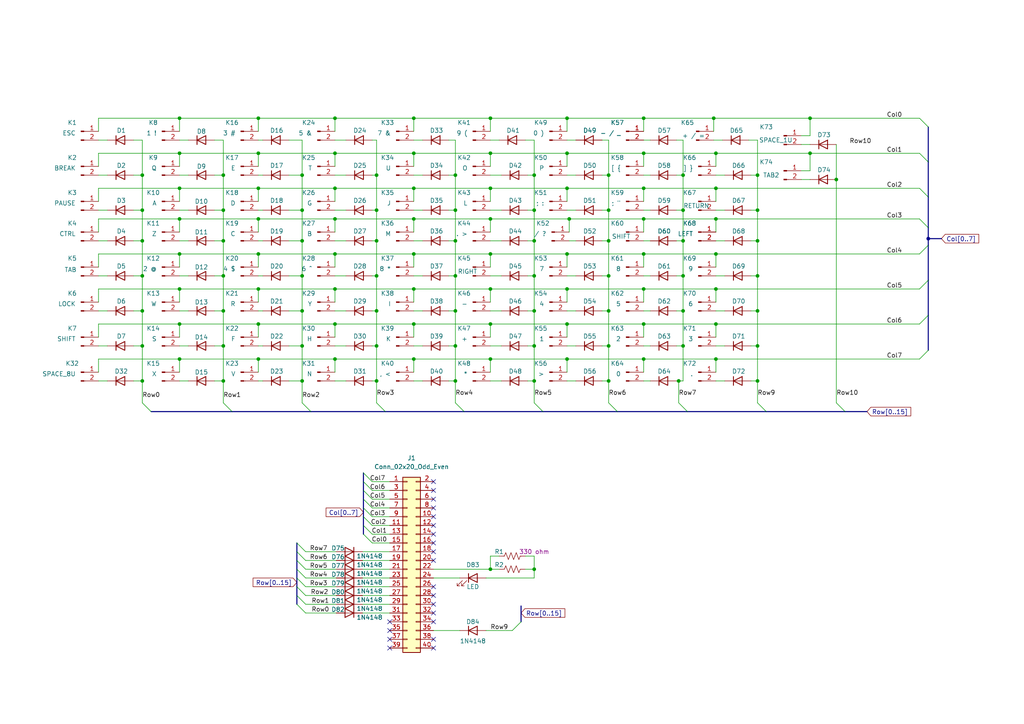
<source format=kicad_sch>
(kicad_sch (version 20230121) (generator eeschema)
  (paper "A4")
  (junction (at 176.53 90.17))
  (junction (at 176.53 69.85))
  (junction (at 74.93 73.66))
  (junction (at 97.155 73.66))
  (junction (at 242.57 52.07))
  (junction (at 87.63 80.01))
  (junction (at 74.93 104.14))
  (junction (at 219.71 100.33))
  (junction (at 97.155 93.98))
  (junction (at 164.465 104.14))
  (junction (at 120.015 93.98))
  (junction (at 154.94 90.17))
  (junction (at 142.24 83.82))
  (junction (at 109.22 69.85))
  (junction (at 196.85 110.49))
  (junction (at 74.93 83.82))
  (junction (at 186.69 73.66))
  (junction (at 186.69 44.45))
  (junction (at 219.71 80.01))
  (junction (at 52.07 93.98))
  (junction (at 64.77 110.49))
  (junction (at 52.07 63.5))
  (junction (at 132.08 80.01))
  (junction (at 164.465 34.29))
  (junction (at 207.01 34.29))
  (junction (at 74.93 54.61))
  (junction (at 207.645 73.66))
  (junction (at 64.77 90.17))
  (junction (at 97.155 54.61))
  (junction (at 198.12 100.33))
  (junction (at 207.645 63.5))
  (junction (at 120.015 54.61))
  (junction (at 186.69 34.29))
  (junction (at 186.69 104.14))
  (junction (at 198.12 60.96))
  (junction (at 87.63 50.8))
  (junction (at 87.63 100.33))
  (junction (at 142.24 54.61))
  (junction (at 64.77 69.85))
  (junction (at 97.155 63.5))
  (junction (at 97.155 83.82))
  (junction (at 198.12 80.01))
  (junction (at 219.71 90.17))
  (junction (at 186.69 93.98))
  (junction (at 120.015 73.66))
  (junction (at 132.08 50.8))
  (junction (at 164.465 93.98))
  (junction (at 120.015 34.29))
  (junction (at 164.465 83.82))
  (junction (at 234.95 34.29))
  (junction (at 154.94 100.33))
  (junction (at 176.53 60.96))
  (junction (at 219.71 60.96))
  (junction (at 52.07 73.66))
  (junction (at 41.275 110.49))
  (junction (at 52.07 83.82))
  (junction (at 120.015 63.5))
  (junction (at 207.645 83.82))
  (junction (at 207.645 44.45))
  (junction (at 165.1 63.5))
  (junction (at 198.12 50.8))
  (junction (at 176.53 80.01))
  (junction (at 52.07 54.61))
  (junction (at 132.08 60.96))
  (junction (at 154.94 50.8))
  (junction (at 74.93 63.5))
  (junction (at 109.22 90.17))
  (junction (at 64.77 50.8))
  (junction (at 207.645 104.14))
  (junction (at 41.275 60.96))
  (junction (at 132.08 110.49))
  (junction (at 132.08 100.33))
  (junction (at 109.22 50.8))
  (junction (at 120.015 83.82))
  (junction (at 269.24 69.215))
  (junction (at 52.07 34.29))
  (junction (at 64.77 60.96))
  (junction (at 154.94 69.85))
  (junction (at 52.07 104.14))
  (junction (at 87.63 60.96))
  (junction (at 154.94 60.96))
  (junction (at 120.015 44.45))
  (junction (at 154.94 110.49))
  (junction (at 142.24 93.98))
  (junction (at 87.63 110.49))
  (junction (at 87.63 90.17))
  (junction (at 164.465 73.66))
  (junction (at 74.93 93.98))
  (junction (at 109.22 60.96))
  (junction (at 219.71 50.8))
  (junction (at 207.645 54.61))
  (junction (at 109.22 80.01))
  (junction (at 142.24 73.66))
  (junction (at 97.155 34.29))
  (junction (at 207.645 93.98))
  (junction (at 176.53 110.49))
  (junction (at 164.465 44.45))
  (junction (at 219.71 69.85))
  (junction (at 97.155 44.45))
  (junction (at 41.275 90.17))
  (junction (at 109.22 110.49))
  (junction (at 52.07 44.45))
  (junction (at 186.69 63.5))
  (junction (at 198.12 69.85))
  (junction (at 234.95 44.45))
  (junction (at 219.71 110.49))
  (junction (at 142.24 165.1))
  (junction (at 176.53 50.8))
  (junction (at 186.69 54.61))
  (junction (at 41.275 50.8))
  (junction (at 109.22 100.33))
  (junction (at 176.53 100.33))
  (junction (at 120.015 104.14))
  (junction (at 64.77 100.33))
  (junction (at 74.93 44.45))
  (junction (at 132.08 90.17))
  (junction (at 186.69 83.82))
  (junction (at 198.12 90.17))
  (junction (at 41.275 80.01))
  (junction (at 41.275 69.85))
  (junction (at 97.155 104.14))
  (junction (at 142.24 34.29))
  (junction (at 142.24 104.14))
  (junction (at 41.275 100.33))
  (junction (at 74.93 34.29))
  (junction (at 164.465 54.61))
  (junction (at 87.63 69.85))
  (junction (at 154.94 80.01))
  (junction (at 142.24 63.5))
  (junction (at 64.77 80.01))
  (junction (at 132.08 69.85))
  (junction (at 154.94 165.1))
  (junction (at 142.24 44.45))
  (no_connect (at 125.73 157.48))
  (no_connect (at 125.73 152.4))
  (no_connect (at 125.73 139.7))
  (no_connect (at 125.73 177.8))
  (no_connect (at 125.73 144.78))
  (no_connect (at 125.73 187.96))
  (no_connect (at 125.73 154.94))
  (no_connect (at 113.03 180.34))
  (no_connect (at 125.73 170.18))
  (no_connect (at 125.73 185.42))
  (no_connect (at 125.73 180.34))
  (no_connect (at 125.73 162.56))
  (no_connect (at 125.73 175.26))
  (no_connect (at 113.03 185.42))
  (no_connect (at 125.73 142.24))
  (no_connect (at 125.73 149.86))
  (no_connect (at 125.73 160.02))
  (no_connect (at 125.73 147.32))
  (no_connect (at 113.03 187.96))
  (no_connect (at 125.73 172.72))
  (no_connect (at 113.03 182.88))
  (bus_entry (at 266.7 63.5) (size 2.54 2.54))
  (bus_entry (at 105.41 137.16) (size 2.54 2.54))
  (bus_entry (at 86.106 175.26) (size 2.54 2.54))
  (bus_entry (at 86.106 162.56) (size 2.54 2.54))
  (bus_entry (at 86.106 172.72) (size 2.54 2.54))
  (bus_entry (at 242.57 116.84) (size 2.54 2.54))
  (bus_entry (at 266.7 93.98) (size 2.54 -2.54))
  (bus_entry (at 109.22 116.84) (size 2.54 2.54))
  (bus_entry (at 266.7 54.61) (size 2.54 2.54))
  (bus_entry (at 86.106 167.64) (size 2.54 2.54))
  (bus_entry (at 105.41 139.7) (size 2.54 2.54))
  (bus_entry (at 154.94 116.84) (size 2.54 2.54))
  (bus_entry (at 105.41 154.94) (size 2.54 2.54))
  (bus_entry (at 64.77 116.84) (size 2.54 2.54))
  (bus_entry (at 105.41 152.4) (size 2.54 2.54))
  (bus_entry (at 266.7 73.66) (size 2.54 -2.54))
  (bus_entry (at 86.106 170.18) (size 2.54 2.54))
  (bus_entry (at 176.53 116.84) (size 2.54 2.54))
  (bus_entry (at 132.08 116.84) (size 2.54 2.54))
  (bus_entry (at 105.41 142.24) (size 2.54 2.54))
  (bus_entry (at 219.71 116.84) (size 2.54 2.54))
  (bus_entry (at 87.63 116.84) (size 2.54 2.54))
  (bus_entry (at 41.275 116.84) (size 2.54 2.54))
  (bus_entry (at 266.7 104.14) (size 2.54 -2.54))
  (bus_entry (at 86.106 157.48) (size 2.54 2.54))
  (bus_entry (at 86.106 160.02) (size 2.54 2.54))
  (bus_entry (at 266.7 44.45) (size 2.54 2.54))
  (bus_entry (at 266.7 83.82) (size 2.54 -2.54))
  (bus_entry (at 105.41 147.32) (size 2.54 2.54))
  (bus_entry (at 151.13 180.34) (size -2.54 2.54))
  (bus_entry (at 105.41 149.86) (size 2.54 2.54))
  (bus_entry (at 266.7 34.29) (size 2.54 2.54))
  (bus_entry (at 105.41 144.78) (size 2.54 2.54))
  (bus_entry (at 196.85 116.84) (size 2.54 2.54))
  (bus_entry (at 86.106 165.1) (size 2.54 2.54))
  (wire (pts (xy 207.645 93.98) (xy 266.7 93.98)))
  (wire (pts (xy 52.07 50.8) (xy 54.61 50.8)))
  (wire (pts (xy 38.735 90.17) (xy 41.275 90.17)))
  (wire (pts (xy 142.24 34.29) (xy 164.465 34.29)))
  (wire (pts (xy 52.07 83.82) (xy 74.93 83.82)))
  (wire (pts (xy 207.645 63.5) (xy 266.7 63.5)))
  (wire (pts (xy 130.175 40.64) (xy 132.08 40.64)))
  (wire (pts (xy 100.33 100.33) (xy 97.155 100.33)))
  (wire (pts (xy 107.95 157.48) (xy 113.03 157.48)))
  (wire (pts (xy 54.61 110.49) (xy 52.07 110.49)))
  (wire (pts (xy 76.2 69.85) (xy 74.93 69.85)))
  (wire (pts (xy 107.95 149.86) (xy 113.03 149.86)))
  (wire (pts (xy 28.575 54.61) (xy 52.07 54.61)))
  (wire (pts (xy 88.646 170.18) (xy 97.536 170.18)))
  (bus (pts (xy 269.24 57.15) (xy 269.24 66.04)))
  (wire (pts (xy 83.82 100.33) (xy 87.63 100.33)))
  (wire (pts (xy 186.69 73.66) (xy 207.645 73.66)))
  (wire (pts (xy 186.69 34.29) (xy 186.69 38.1)))
  (wire (pts (xy 142.24 44.45) (xy 164.465 44.45)))
  (wire (pts (xy 132.08 80.01) (xy 132.08 90.17)))
  (wire (pts (xy 174.625 80.01) (xy 176.53 80.01)))
  (wire (pts (xy 74.93 63.5) (xy 97.155 63.5)))
  (wire (pts (xy 207.645 73.66) (xy 266.7 73.66)))
  (wire (pts (xy 186.69 54.61) (xy 207.645 54.61)))
  (bus (pts (xy 269.24 69.215) (xy 269.24 71.12)))
  (wire (pts (xy 196.215 69.85) (xy 198.12 69.85)))
  (wire (pts (xy 97.155 34.29) (xy 120.015 34.29)))
  (wire (pts (xy 242.57 41.91) (xy 242.57 52.07)))
  (bus (pts (xy 43.815 119.38) (xy 67.31 119.38)))
  (wire (pts (xy 154.94 40.64) (xy 154.94 50.8)))
  (wire (pts (xy 120.015 73.66) (xy 142.24 73.66)))
  (wire (pts (xy 74.93 34.29) (xy 97.155 34.29)))
  (wire (pts (xy 186.69 93.98) (xy 207.645 93.98)))
  (wire (pts (xy 142.24 165.1) (xy 142.24 161.29)))
  (wire (pts (xy 142.24 63.5) (xy 165.1 63.5)))
  (bus (pts (xy 269.24 46.99) (xy 269.24 57.15)))
  (wire (pts (xy 186.69 73.66) (xy 186.69 77.47)))
  (wire (pts (xy 217.805 69.85) (xy 219.71 69.85)))
  (wire (pts (xy 164.465 34.29) (xy 186.69 34.29)))
  (wire (pts (xy 52.07 93.98) (xy 52.07 97.79)))
  (wire (pts (xy 153.035 80.01) (xy 154.94 80.01)))
  (bus (pts (xy 199.39 119.38) (xy 222.25 119.38)))
  (wire (pts (xy 52.07 54.61) (xy 52.07 58.42)))
  (wire (pts (xy 64.77 110.49) (xy 64.77 116.84)))
  (wire (pts (xy 207.645 54.61) (xy 207.645 58.42)))
  (wire (pts (xy 52.07 44.45) (xy 52.07 48.26)))
  (bus (pts (xy 179.07 119.38) (xy 199.39 119.38)))
  (wire (pts (xy 207.645 44.45) (xy 234.95 44.45)))
  (wire (pts (xy 207.645 80.01) (xy 210.185 80.01)))
  (wire (pts (xy 145.415 50.8) (xy 142.24 50.8)))
  (wire (pts (xy 210.185 110.49) (xy 207.645 110.49)))
  (wire (pts (xy 207.645 83.82) (xy 266.7 83.82)))
  (wire (pts (xy 105.156 165.1) (xy 113.03 165.1)))
  (wire (pts (xy 164.465 104.14) (xy 186.69 104.14)))
  (wire (pts (xy 97.155 54.61) (xy 120.015 54.61)))
  (wire (pts (xy 217.805 100.33) (xy 219.71 100.33)))
  (wire (pts (xy 38.735 80.01) (xy 41.275 80.01)))
  (wire (pts (xy 74.93 44.45) (xy 97.155 44.45)))
  (wire (pts (xy 176.53 69.85) (xy 176.53 60.96)))
  (wire (pts (xy 122.555 69.85) (xy 120.015 69.85)))
  (wire (pts (xy 28.575 44.45) (xy 52.07 44.45)))
  (wire (pts (xy 125.73 167.64) (xy 133.35 167.64)))
  (wire (pts (xy 122.555 90.17) (xy 120.015 90.17)))
  (wire (pts (xy 76.2 110.49) (xy 74.93 110.49)))
  (wire (pts (xy 100.33 60.96) (xy 97.155 60.96)))
  (wire (pts (xy 164.465 44.45) (xy 186.69 44.45)))
  (wire (pts (xy 83.82 69.85) (xy 87.63 69.85)))
  (wire (pts (xy 219.71 69.85) (xy 219.71 80.01)))
  (wire (pts (xy 219.71 110.49) (xy 219.71 100.33)))
  (bus (pts (xy 67.31 119.38) (xy 90.17 119.38)))
  (wire (pts (xy 31.115 69.85) (xy 28.575 69.85)))
  (wire (pts (xy 186.69 83.82) (xy 186.69 87.63)))
  (wire (pts (xy 142.24 104.14) (xy 142.24 107.95)))
  (wire (pts (xy 145.415 60.96) (xy 142.24 60.96)))
  (wire (pts (xy 152.4 161.29) (xy 154.94 161.29)))
  (wire (pts (xy 164.465 104.14) (xy 164.465 107.95)))
  (wire (pts (xy 122.555 60.96) (xy 120.015 60.96)))
  (wire (pts (xy 107.95 69.85) (xy 109.22 69.85)))
  (wire (pts (xy 120.015 83.82) (xy 142.24 83.82)))
  (wire (pts (xy 97.155 63.5) (xy 120.015 63.5)))
  (wire (pts (xy 97.155 93.98) (xy 120.015 93.98)))
  (wire (pts (xy 188.595 60.96) (xy 186.69 60.96)))
  (wire (pts (xy 164.465 83.82) (xy 164.465 87.63)))
  (wire (pts (xy 164.465 93.98) (xy 164.465 97.79)))
  (wire (pts (xy 196.215 90.17) (xy 198.12 90.17)))
  (wire (pts (xy 105.156 175.26) (xy 113.03 175.26)))
  (bus (pts (xy 90.17 119.38) (xy 111.76 119.38)))
  (wire (pts (xy 62.23 80.01) (xy 64.77 80.01)))
  (wire (pts (xy 74.93 54.61) (xy 97.155 54.61)))
  (wire (pts (xy 109.22 80.01) (xy 109.22 90.17)))
  (wire (pts (xy 120.015 93.98) (xy 142.24 93.98)))
  (wire (pts (xy 186.69 44.45) (xy 207.645 44.45)))
  (wire (pts (xy 107.95 144.78) (xy 113.03 144.78)))
  (wire (pts (xy 186.69 104.14) (xy 186.69 107.95)))
  (wire (pts (xy 167.005 60.96) (xy 164.465 60.96)))
  (wire (pts (xy 176.53 60.96) (xy 176.53 50.8)))
  (wire (pts (xy 88.646 177.8) (xy 97.536 177.8)))
  (bus (pts (xy 151.13 175.768) (xy 151.13 180.34)))
  (wire (pts (xy 154.94 69.85) (xy 154.94 80.01)))
  (wire (pts (xy 210.185 69.85) (xy 207.645 69.85)))
  (wire (pts (xy 100.33 69.85) (xy 97.155 69.85)))
  (wire (pts (xy 242.57 52.07) (xy 242.57 116.84)))
  (wire (pts (xy 174.625 90.17) (xy 176.53 90.17)))
  (wire (pts (xy 41.275 90.17) (xy 41.275 100.33)))
  (wire (pts (xy 174.625 110.49) (xy 176.53 110.49)))
  (wire (pts (xy 107.95 110.49) (xy 109.22 110.49)))
  (wire (pts (xy 219.71 40.64) (xy 217.17 40.64)))
  (wire (pts (xy 97.155 73.66) (xy 120.015 73.66)))
  (wire (pts (xy 140.97 167.64) (xy 154.94 167.64)))
  (wire (pts (xy 210.185 90.17) (xy 207.645 90.17)))
  (wire (pts (xy 198.12 69.85) (xy 198.12 80.01)))
  (wire (pts (xy 188.595 90.17) (xy 186.69 90.17)))
  (wire (pts (xy 207.01 34.29) (xy 207.01 38.1)))
  (wire (pts (xy 120.015 63.5) (xy 142.24 63.5)))
  (wire (pts (xy 120.015 34.29) (xy 120.015 38.1)))
  (wire (pts (xy 164.465 93.98) (xy 186.69 93.98)))
  (wire (pts (xy 122.555 40.64) (xy 120.015 40.64)))
  (wire (pts (xy 88.646 165.1) (xy 97.536 165.1)))
  (wire (pts (xy 219.71 90.17) (xy 219.71 100.33)))
  (wire (pts (xy 97.155 83.82) (xy 97.155 87.63)))
  (wire (pts (xy 188.595 69.85) (xy 186.69 69.85)))
  (wire (pts (xy 196.215 110.49) (xy 196.85 110.49)))
  (wire (pts (xy 132.08 69.85) (xy 132.08 80.01)))
  (wire (pts (xy 130.175 50.8) (xy 132.08 50.8)))
  (wire (pts (xy 198.12 40.64) (xy 196.215 40.64)))
  (bus (pts (xy 111.76 119.38) (xy 134.62 119.38)))
  (wire (pts (xy 28.575 48.26) (xy 28.575 44.45)))
  (wire (pts (xy 154.94 50.8) (xy 154.94 60.96)))
  (wire (pts (xy 176.53 90.17) (xy 176.53 80.01)))
  (wire (pts (xy 28.575 97.79) (xy 28.575 93.98)))
  (wire (pts (xy 154.94 165.1) (xy 154.94 167.64)))
  (wire (pts (xy 210.185 60.96) (xy 207.645 60.96)))
  (wire (pts (xy 105.156 170.18) (xy 113.03 170.18)))
  (bus (pts (xy 105.41 147.32) (xy 105.41 149.86)))
  (wire (pts (xy 64.77 80.01) (xy 64.77 90.17)))
  (wire (pts (xy 120.015 73.66) (xy 120.015 77.47)))
  (bus (pts (xy 269.24 36.83) (xy 269.24 46.99)))
  (wire (pts (xy 164.465 80.01) (xy 167.005 80.01)))
  (bus (pts (xy 105.41 139.7) (xy 105.41 142.24)))
  (wire (pts (xy 132.08 110.49) (xy 132.08 116.84)))
  (wire (pts (xy 152.4 165.1) (xy 154.94 165.1)))
  (wire (pts (xy 176.53 50.8) (xy 174.625 50.8)))
  (wire (pts (xy 52.07 44.45) (xy 74.93 44.45)))
  (wire (pts (xy 153.035 60.96) (xy 154.94 60.96)))
  (wire (pts (xy 64.77 100.33) (xy 64.77 110.49)))
  (wire (pts (xy 165.1 63.5) (xy 186.69 63.5)))
  (wire (pts (xy 120.015 44.45) (xy 120.015 48.26)))
  (wire (pts (xy 165.1 63.5) (xy 165.1 67.31)))
  (wire (pts (xy 188.595 110.49) (xy 186.69 110.49)))
  (wire (pts (xy 186.69 34.29) (xy 207.01 34.29)))
  (wire (pts (xy 109.22 40.64) (xy 109.22 50.8)))
  (wire (pts (xy 41.275 110.49) (xy 41.275 116.84)))
  (wire (pts (xy 196.215 100.33) (xy 198.12 100.33)))
  (wire (pts (xy 28.575 93.98) (xy 52.07 93.98)))
  (wire (pts (xy 142.24 34.29) (xy 142.24 38.1)))
  (wire (pts (xy 167.005 110.49) (xy 164.465 110.49)))
  (wire (pts (xy 176.53 90.17) (xy 176.53 100.33)))
  (wire (pts (xy 145.415 80.01) (xy 142.24 80.01)))
  (wire (pts (xy 107.95 80.01) (xy 109.22 80.01)))
  (wire (pts (xy 164.465 73.66) (xy 186.69 73.66)))
  (wire (pts (xy 122.555 110.49) (xy 120.015 110.49)))
  (wire (pts (xy 130.175 110.49) (xy 132.08 110.49)))
  (wire (pts (xy 54.61 90.17) (xy 52.07 90.17)))
  (wire (pts (xy 186.69 93.98) (xy 186.69 97.79)))
  (wire (pts (xy 153.035 50.8) (xy 154.94 50.8)))
  (wire (pts (xy 120.015 104.14) (xy 120.015 107.95)))
  (wire (pts (xy 97.155 104.14) (xy 97.155 107.95)))
  (wire (pts (xy 122.555 80.01) (xy 120.015 80.01)))
  (wire (pts (xy 142.24 93.98) (xy 142.24 97.79)))
  (wire (pts (xy 153.035 110.49) (xy 154.94 110.49)))
  (wire (pts (xy 87.63 40.64) (xy 83.82 40.64)))
  (wire (pts (xy 154.94 60.96) (xy 154.94 69.85)))
  (wire (pts (xy 234.95 39.37) (xy 234.95 34.29)))
  (wire (pts (xy 130.175 80.01) (xy 132.08 80.01)))
  (wire (pts (xy 64.77 60.96) (xy 64.77 69.85)))
  (wire (pts (xy 83.82 90.17) (xy 87.63 90.17)))
  (wire (pts (xy 109.22 90.17) (xy 109.22 100.33)))
  (wire (pts (xy 31.115 100.33) (xy 28.575 100.33)))
  (wire (pts (xy 198.12 90.17) (xy 198.12 80.01)))
  (wire (pts (xy 140.97 182.88) (xy 148.59 182.88)))
  (wire (pts (xy 153.035 69.85) (xy 154.94 69.85)))
  (wire (pts (xy 76.2 90.17) (xy 74.93 90.17)))
  (wire (pts (xy 97.155 44.45) (xy 120.015 44.45)))
  (wire (pts (xy 154.94 100.33) (xy 154.94 110.49)))
  (bus (pts (xy 269.24 81.28) (xy 269.24 91.44)))
  (wire (pts (xy 88.646 172.72) (xy 97.536 172.72)))
  (wire (pts (xy 52.07 34.29) (xy 74.93 34.29)))
  (wire (pts (xy 125.73 165.1) (xy 142.24 165.1)))
  (wire (pts (xy 142.24 93.98) (xy 164.465 93.98)))
  (wire (pts (xy 234.95 34.29) (xy 266.7 34.29)))
  (wire (pts (xy 28.575 67.31) (xy 28.575 63.5)))
  (wire (pts (xy 198.12 69.85) (xy 198.12 60.96)))
  (wire (pts (xy 83.82 50.8) (xy 87.63 50.8)))
  (wire (pts (xy 62.23 60.96) (xy 64.77 60.96)))
  (wire (pts (xy 76.2 80.01) (xy 74.93 80.01)))
  (wire (pts (xy 207.645 73.66) (xy 207.645 77.47)))
  (wire (pts (xy 142.24 63.5) (xy 142.24 67.31)))
  (wire (pts (xy 188.595 80.01) (xy 186.69 80.01)))
  (wire (pts (xy 107.95 147.32) (xy 113.03 147.32)))
  (wire (pts (xy 109.22 50.8) (xy 109.22 60.96)))
  (wire (pts (xy 186.69 54.61) (xy 186.69 58.42)))
  (wire (pts (xy 133.35 182.88) (xy 125.73 182.88)))
  (wire (pts (xy 154.94 161.29) (xy 154.94 165.1)))
  (wire (pts (xy 142.24 83.82) (xy 142.24 87.63)))
  (wire (pts (xy 196.215 80.01) (xy 198.12 80.01)))
  (wire (pts (xy 153.035 90.17) (xy 154.94 90.17)))
  (wire (pts (xy 28.575 73.66) (xy 52.07 73.66)))
  (wire (pts (xy 142.24 73.66) (xy 164.465 73.66)))
  (bus (pts (xy 105.41 149.86) (xy 105.41 152.4)))
  (wire (pts (xy 87.63 69.85) (xy 87.63 60.96)))
  (wire (pts (xy 196.215 50.8) (xy 198.12 50.8)))
  (wire (pts (xy 142.24 44.45) (xy 142.24 48.26)))
  (wire (pts (xy 97.155 83.82) (xy 120.015 83.82)))
  (wire (pts (xy 196.85 110.49) (xy 198.12 110.49)))
  (wire (pts (xy 64.77 69.85) (xy 64.77 80.01)))
  (wire (pts (xy 142.24 54.61) (xy 164.465 54.61)))
  (wire (pts (xy 74.93 83.82) (xy 97.155 83.82)))
  (wire (pts (xy 142.24 83.82) (xy 164.465 83.82)))
  (wire (pts (xy 74.93 73.66) (xy 97.155 73.66)))
  (wire (pts (xy 232.41 52.07) (xy 234.95 52.07)))
  (wire (pts (xy 74.93 83.82) (xy 74.93 87.63)))
  (wire (pts (xy 209.55 40.64) (xy 207.01 40.64)))
  (bus (pts (xy 245.11 119.38) (xy 251.46 119.38)))
  (wire (pts (xy 207.645 93.98) (xy 207.645 97.79)))
  (wire (pts (xy 109.22 69.85) (xy 109.22 80.01)))
  (wire (pts (xy 142.24 54.61) (xy 142.24 58.42)))
  (wire (pts (xy 142.24 69.85) (xy 145.415 69.85)))
  (wire (pts (xy 97.155 54.61) (xy 97.155 58.42)))
  (wire (pts (xy 28.575 58.42) (xy 28.575 54.61)))
  (wire (pts (xy 52.07 83.82) (xy 52.07 87.63)))
  (wire (pts (xy 232.41 41.91) (xy 234.95 41.91)))
  (bus (pts (xy 86.106 170.18) (xy 86.106 172.72)))
  (wire (pts (xy 167.005 50.8) (xy 164.465 50.8)))
  (wire (pts (xy 207.645 104.14) (xy 207.645 107.95)))
  (wire (pts (xy 174.625 100.33) (xy 176.53 100.33)))
  (wire (pts (xy 28.575 83.82) (xy 52.07 83.82)))
  (wire (pts (xy 207.645 54.61) (xy 266.7 54.61)))
  (wire (pts (xy 142.24 165.1) (xy 144.78 165.1)))
  (bus (pts (xy 105.41 142.24) (xy 105.41 144.78)))
  (wire (pts (xy 167.005 100.33) (xy 164.465 100.33)))
  (wire (pts (xy 107.95 100.33) (xy 109.22 100.33)))
  (bus (pts (xy 222.25 119.38) (xy 245.11 119.38)))
  (wire (pts (xy 144.78 40.64) (xy 142.24 40.64)))
  (wire (pts (xy 74.93 93.98) (xy 74.93 97.79)))
  (wire (pts (xy 132.08 100.33) (xy 132.08 110.49)))
  (wire (pts (xy 87.63 80.01) (xy 87.63 69.85)))
  (bus (pts (xy 269.24 91.44) (xy 269.24 101.6)))
  (wire (pts (xy 219.71 69.85) (xy 219.71 60.96)))
  (bus (pts (xy 269.24 66.04) (xy 269.24 69.215)))
  (wire (pts (xy 120.015 104.14) (xy 142.24 104.14)))
  (wire (pts (xy 87.63 116.84) (xy 87.63 110.49)))
  (wire (pts (xy 105.156 162.56) (xy 113.03 162.56)))
  (wire (pts (xy 54.61 80.01) (xy 52.07 80.01)))
  (wire (pts (xy 167.005 69.85) (xy 165.1 69.85)))
  (wire (pts (xy 186.69 44.45) (xy 186.69 48.26)))
  (wire (pts (xy 107.95 154.94) (xy 113.03 154.94)))
  (wire (pts (xy 38.735 60.96) (xy 41.275 60.96)))
  (bus (pts (xy 157.48 119.38) (xy 179.07 119.38)))
  (wire (pts (xy 38.735 50.8) (xy 41.275 50.8)))
  (wire (pts (xy 97.155 34.29) (xy 97.155 38.1)))
  (wire (pts (xy 198.12 50.8) (xy 198.12 40.64)))
  (wire (pts (xy 207.645 44.45) (xy 207.645 48.26)))
  (wire (pts (xy 31.115 90.17) (xy 28.575 90.17)))
  (wire (pts (xy 207.01 34.29) (xy 234.95 34.29)))
  (wire (pts (xy 120.015 54.61) (xy 120.015 58.42)))
  (wire (pts (xy 164.465 44.45) (xy 164.465 48.26)))
  (bus (pts (xy 86.106 162.56) (xy 86.106 165.1)))
  (wire (pts (xy 38.735 69.85) (xy 41.275 69.85)))
  (wire (pts (xy 107.95 139.7) (xy 113.03 139.7)))
  (wire (pts (xy 198.12 90.17) (xy 198.12 100.33)))
  (wire (pts (xy 87.63 60.96) (xy 87.63 50.8)))
  (wire (pts (xy 210.185 100.33) (xy 207.645 100.33)))
  (wire (pts (xy 154.94 80.01) (xy 154.94 90.17)))
  (wire (pts (xy 219.71 90.17) (xy 219.71 80.01)))
  (wire (pts (xy 132.08 40.64) (xy 132.08 50.8)))
  (wire (pts (xy 28.575 63.5) (xy 52.07 63.5)))
  (wire (pts (xy 219.71 50.8) (xy 219.71 40.64)))
  (wire (pts (xy 142.24 104.14) (xy 164.465 104.14)))
  (wire (pts (xy 31.115 80.01) (xy 28.575 80.01)))
  (wire (pts (xy 164.465 54.61) (xy 186.69 54.61)))
  (wire (pts (xy 188.595 100.33) (xy 186.69 100.33)))
  (wire (pts (xy 28.575 38.1) (xy 28.575 34.29)))
  (wire (pts (xy 107.95 142.24) (xy 113.03 142.24)))
  (wire (pts (xy 145.415 110.49) (xy 142.24 110.49)))
  (wire (pts (xy 198.12 60.96) (xy 198.12 50.8)))
  (wire (pts (xy 100.33 90.17) (xy 97.155 90.17)))
  (wire (pts (xy 100.33 80.01) (xy 97.155 80.01)))
  (wire (pts (xy 176.53 69.85) (xy 176.53 80.01)))
  (wire (pts (xy 62.23 40.64) (xy 64.77 40.64)))
  (wire (pts (xy 54.61 69.85) (xy 52.07 69.85)))
  (wire (pts (xy 164.465 83.82) (xy 186.69 83.82)))
  (wire (pts (xy 152.4 40.64) (xy 154.94 40.64)))
  (wire (pts (xy 186.69 83.82) (xy 207.645 83.82)))
  (wire (pts (xy 38.735 110.49) (xy 41.275 110.49)))
  (wire (pts (xy 105.156 160.02) (xy 113.03 160.02)))
  (wire (pts (xy 219.71 60.96) (xy 219.71 50.8)))
  (wire (pts (xy 62.23 69.85) (xy 64.77 69.85)))
  (wire (pts (xy 28.575 77.47) (xy 28.575 73.66)))
  (wire (pts (xy 207.645 83.82) (xy 207.645 87.63)))
  (wire (pts (xy 52.07 34.29) (xy 52.07 38.1)))
  (wire (pts (xy 74.93 104.14) (xy 97.155 104.14)))
  (wire (pts (xy 107.95 40.64) (xy 109.22 40.64)))
  (wire (pts (xy 142.24 73.66) (xy 142.24 77.47)))
  (wire (pts (xy 186.69 63.5) (xy 207.645 63.5)))
  (wire (pts (xy 130.175 60.96) (xy 132.08 60.96)))
  (wire (pts (xy 105.156 177.8) (xy 113.03 177.8)))
  (wire (pts (xy 186.69 104.14) (xy 207.645 104.14)))
  (wire (pts (xy 83.82 60.96) (xy 87.63 60.96)))
  (wire (pts (xy 174.625 60.96) (xy 176.53 60.96)))
  (bus (pts (xy 105.41 137.16) (xy 105.41 139.7)))
  (wire (pts (xy 120.015 63.5) (xy 120.015 67.31)))
  (wire (pts (xy 196.85 116.84) (xy 196.85 110.49)))
  (wire (pts (xy 28.575 87.63) (xy 28.575 83.82)))
  (wire (pts (xy 120.015 44.45) (xy 142.24 44.45)))
  (wire (pts (xy 176.53 116.84) (xy 176.53 110.49)))
  (wire (pts (xy 76.2 60.96) (xy 74.93 60.96)))
  (wire (pts (xy 76.2 100.33) (xy 74.93 100.33)))
  (wire (pts (xy 62.23 50.8) (xy 64.77 50.8)))
  (wire (pts (xy 62.23 100.33) (xy 64.77 100.33)))
  (wire (pts (xy 28.575 104.14) (xy 52.07 104.14)))
  (wire (pts (xy 122.555 100.33) (xy 120.015 100.33)))
  (wire (pts (xy 176.53 40.64) (xy 176.53 50.8)))
  (wire (pts (xy 198.12 110.49) (xy 198.12 100.33)))
  (wire (pts (xy 142.24 161.29) (xy 144.78 161.29)))
  (wire (pts (xy 154.94 110.49) (xy 154.94 116.84)))
  (bus (pts (xy 105.41 152.4) (xy 105.41 154.94)))
  (wire (pts (xy 174.625 69.85) (xy 176.53 69.85)))
  (bus (pts (xy 86.106 172.72) (xy 86.106 175.26)))
  (wire (pts (xy 74.93 73.66) (xy 74.93 77.47)))
  (bus (pts (xy 86.106 165.1) (xy 86.106 167.64)))
  (wire (pts (xy 83.82 110.49) (xy 87.63 110.49)))
  (wire (pts (xy 107.95 152.4) (xy 113.03 152.4)))
  (wire (pts (xy 97.155 104.14) (xy 120.015 104.14)))
  (wire (pts (xy 62.23 110.49) (xy 64.77 110.49)))
  (wire (pts (xy 142.24 100.33) (xy 145.415 100.33)))
  (wire (pts (xy 217.805 110.49) (xy 219.71 110.49)))
  (wire (pts (xy 153.035 100.33) (xy 154.94 100.33)))
  (wire (pts (xy 74.93 40.64) (xy 76.2 40.64)))
  (wire (pts (xy 167.005 40.64) (xy 164.465 40.64)))
  (wire (pts (xy 232.41 49.53) (xy 234.95 49.53)))
  (wire (pts (xy 130.175 90.17) (xy 132.08 90.17)))
  (bus (pts (xy 134.62 119.38) (xy 157.48 119.38)))
  (wire (pts (xy 188.595 40.64) (xy 186.69 40.64)))
  (wire (pts (xy 52.07 54.61) (xy 74.93 54.61)))
  (wire (pts (xy 109.22 100.33) (xy 109.22 110.49)))
  (wire (pts (xy 64.77 90.17) (xy 64.77 100.33)))
  (wire (pts (xy 52.07 93.98) (xy 74.93 93.98)))
  (wire (pts (xy 207.645 104.14) (xy 266.7 104.14)))
  (wire (pts (xy 41.275 50.8) (xy 41.275 60.96)))
  (wire (pts (xy 207.645 63.5) (xy 207.645 67.31)))
  (wire (pts (xy 109.22 110.49) (xy 109.22 116.84)))
  (wire (pts (xy 100.33 50.8) (xy 97.155 50.8)))
  (wire (pts (xy 64.77 50.8) (xy 64.77 60.96)))
  (wire (pts (xy 54.61 100.33) (xy 52.07 100.33)))
  (wire (pts (xy 167.005 90.17) (xy 164.465 90.17)))
  (wire (pts (xy 28.575 107.95) (xy 28.575 104.14)))
  (wire (pts (xy 120.015 83.82) (xy 120.015 87.63)))
  (wire (pts (xy 74.93 54.61) (xy 74.93 58.42)))
  (wire (pts (xy 132.08 50.8) (xy 132.08 60.96)))
  (wire (pts (xy 109.22 60.96) (xy 109.22 69.85)))
  (wire (pts (xy 174.625 40.64) (xy 176.53 40.64)))
  (wire (pts (xy 87.63 50.8) (xy 87.63 40.64)))
  (wire (pts (xy 52.07 73.66) (xy 52.07 77.47)))
  (wire (pts (xy 31.115 50.8) (xy 28.575 50.8)))
  (wire (pts (xy 41.275 60.96) (xy 41.275 69.85)))
  (wire (pts (xy 52.07 63.5) (xy 74.93 63.5)))
  (wire (pts (xy 142.24 90.17) (xy 145.415 90.17)))
  (wire (pts (xy 74.93 63.5) (xy 74.93 67.31)))
  (wire (pts (xy 62.23 90.17) (xy 64.77 90.17)))
  (wire (pts (xy 232.41 39.37) (xy 234.95 39.37)))
  (wire (pts (xy 164.465 73.66) (xy 164.465 77.47)))
  (bus (pts (xy 86.106 167.64) (xy 86.106 170.18)))
  (wire (pts (xy 154.94 90.17) (xy 154.94 100.33)))
  (wire (pts (xy 210.185 50.8) (xy 207.645 50.8)))
  (wire (pts (xy 88.646 160.02) (xy 97.536 160.02)))
  (wire (pts (xy 52.07 40.64) (xy 54.61 40.64)))
  (wire (pts (xy 31.115 110.49) (xy 28.575 110.49)))
  (wire (pts (xy 74.93 104.14) (xy 74.93 107.95)))
  (wire (pts (xy 234.95 49.53) (xy 234.95 44.45)))
  (wire (pts (xy 217.805 50.8) (xy 219.71 50.8)))
  (wire (pts (xy 41.275 69.85) (xy 41.275 80.01)))
  (wire (pts (xy 107.95 90.17) (xy 109.22 90.17)))
  (wire (pts (xy 97.155 63.5) (xy 97.155 67.31)))
  (wire (pts (xy 234.95 44.45) (xy 266.7 44.45)))
  (wire (pts (xy 217.805 80.01) (xy 219.71 80.01)))
  (bus (pts (xy 86.106 157.48) (xy 86.106 160.02)))
  (wire (pts (xy 74.93 34.29) (xy 74.93 38.1)))
  (wire (pts (xy 196.215 60.96) (xy 198.12 60.96)))
  (wire (pts (xy 164.465 54.61) (xy 164.465 58.42)))
  (wire (pts (xy 122.555 50.8) (xy 120.015 50.8)))
  (wire (pts (xy 87.63 90.17) (xy 87.63 80.01)))
  (wire (pts (xy 132.08 60.96) (xy 132.08 69.85)))
  (wire (pts (xy 217.805 60.96) (xy 219.71 60.96)))
  (wire (pts (xy 132.08 90.17) (xy 132.08 100.33)))
  (wire (pts (xy 130.175 69.85) (xy 132.08 69.85)))
  (wire (pts (xy 120.015 34.29) (xy 142.24 34.29)))
  (wire (pts (xy 107.95 50.8) (xy 109.22 50.8)))
  (wire (pts (xy 120.015 93.98) (xy 120.015 97.79)))
  (wire (pts (xy 52.07 63.5) (xy 52.07 67.31)))
  (wire (pts (xy 38.735 40.64) (xy 41.275 40.64)))
  (wire (pts (xy 52.07 73.66) (xy 74.93 73.66)))
  (wire (pts (xy 88.646 175.26) (xy 97.536 175.26)))
  (wire (pts (xy 105.156 167.64) (xy 113.03 167.64)))
  (wire (pts (xy 88.646 167.64) (xy 97.536 167.64)))
  (wire (pts (xy 54.61 60.96) (xy 52.07 60.96)))
  (wire (pts (xy 41.275 40.64) (xy 41.275 50.8)))
  (wire (pts (xy 41.275 100.33) (xy 41.275 110.49)))
  (wire (pts (xy 52.07 104.14) (xy 52.07 107.95)))
  (wire (pts (xy 31.115 60.96) (xy 28.575 60.96)))
  (wire (pts (xy 41.275 80.01) (xy 41.275 90.17)))
  (wire (pts (xy 87.63 110.49) (xy 87.63 100.33)))
  (wire (pts (xy 120.015 54.61) (xy 142.24 54.61)))
  (wire (pts (xy 188.595 50.8) (xy 186.69 50.8)))
  (wire (pts (xy 83.82 80.01) (xy 87.63 80.01)))
  (wire (pts (xy 217.805 90.17) (xy 219.71 90.17)))
  (bus (pts (xy 86.106 160.02) (xy 86.106 162.56)))
  (wire (pts (xy 28.575 34.29) (xy 52.07 34.29)))
  (wire (pts (xy 97.155 44.45) (xy 97.155 48.26)))
  (wire (pts (xy 88.646 162.56) (xy 97.536 162.56)))
  (wire (pts (xy 186.69 63.5) (xy 186.69 67.31)))
  (wire (pts (xy 76.2 50.8) (xy 74.93 50.8)))
  (bus (pts (xy 269.24 71.12) (xy 269.24 81.28)))
  (wire (pts (xy 164.465 34.29) (xy 164.465 38.1)))
  (wire (pts (xy 74.93 93.98) (xy 97.155 93.98)))
  (wire (pts (xy 74.93 44.45) (xy 74.93 48.26)))
  (bus (pts (xy 105.41 144.78) (xy 105.41 147.32)))
  (bus (pts (xy 273.05 69.215) (xy 269.24 69.215)))
  (wire (pts (xy 38.735 100.33) (xy 41.275 100.33)))
  (wire (pts (xy 107.95 60.96) (xy 109.22 60.96)))
  (wire (pts (xy 219.71 116.84) (xy 219.71 110.49)))
  (wire (pts (xy 87.63 90.17) (xy 87.63 100.33)))
  (wire (pts (xy 100.33 110.49) (xy 97.155 110.49)))
  (wire (pts (xy 64.77 40.64) (xy 64.77 50.8)))
  (wire (pts (xy 52.07 104.14) (xy 74.93 104.14)))
  (wire (pts (xy 97.155 93.98) (xy 97.155 97.79)))
  (wire (pts (xy 28.575 40.64) (xy 31.115 40.64)))
  (wire (pts (xy 105.156 172.72) (xy 113.03 172.72)))
  (wire (pts (xy 100.33 40.64) (xy 97.155 40.64)))
  (wire (pts (xy 130.175 100.33) (xy 132.08 100.33)))
  (wire (pts (xy 176.53 110.49) (xy 176.53 100.33)))
  (wire (pts (xy 97.155 73.66) (xy 97.155 77.47)))
  (label "Row10" (at 246.38 41.91 0))
  (label "Col4" (at 111.76 147.32 180))
  (label "Col6" (at 111.76 142.24 180))
  (label "Col6" (at 257.175 93.98 0))
  (label "Row2" (at 87.63 115.57 0))
  (label "Row5" (at 154.94 114.935 0))
  (label "Col7" (at 111.76 139.7 180))
  (label "Row3" (at 109.22 114.935 0))
  (label "Col1" (at 112.268 154.94 180))
  (label "Row1" (at 95.504 175.26 180))
  (label "Col0" (at 112.268 157.48 180))
  (label "Col2" (at 112.014 152.4 180))
  (label "Row1" (at 64.77 115.57 0))
  (label "Row7" (at 196.85 114.935 0))
  (label "Col0" (at 257.175 34.29 0))
  (label "Row2" (at 95.25 172.72 180))
  (label "Row9" (at 142.24 182.88 0))
  (label "Col7" (at 257.175 104.14 0))
  (label "Row4" (at 94.996 167.64 180))
  (label "Row10" (at 242.57 114.935 0))
  (label "Col2" (at 257.175 54.61 0))
  (label "Col5" (at 257.175 83.82 0))
  (label "Row0" (at 95.504 177.8 180))
  (label "Row4" (at 132.08 114.935 0))
  (label "Row5" (at 94.996 165.1 180))
  (label "Row6" (at 94.996 162.56 180))
  (label "Row9" (at 219.71 114.935 0))
  (label "Col3" (at 257.175 63.5 0))
  (label "Col3" (at 111.76 149.86 180))
  (label "Row0" (at 41.275 115.57 0))
  (label "Col5" (at 111.76 144.78 180))
  (label "Row7" (at 94.996 160.02 180))
  (label "Row6" (at 176.53 114.935 0))
  (label "Col4" (at 257.175 73.66 0))
  (label "Row3" (at 94.996 170.18 180))
  (label "Col1" (at 257.175 44.45 0))
  (global_label "Row[0..15]" (shape input) (at 151.13 177.8 0) (property "Intersheetrefs" "${INTERSHEET_REFS}" (effects hide)))
  (global_label "Col[0..7]" (shape input) (at 105.41 148.59 180) (property "Intersheetrefs" "${INTERSHEET_REFS}" (effects hide)))
  (global_label "Row[0..15]" (shape input) (at 86.106 168.91 180) (property "Intersheetrefs" "${INTERSHEET_REFS}" (effects hide)))
  (global_label "Col[0..7]" (shape input) (at 273.05 69.215 0) (property "Intersheetrefs" "${INTERSHEET_REFS}" (effects hide)))
  (global_label "Row[0..15]" (shape input) (at 251.46 119.38 0) (property "Intersheetrefs" "${INTERSHEET_REFS}" (effects hide)))
  (symbol (lib_id "Connector:Conn_01x02_Pin") (at 114.935 77.47 0) (unit 1)
    (property "Reference" "K37" (at 112.395 74.93 0))
    (property "Value" "8 *" (at 113.411 77.978 0) (effects (justify right)))
    (property "Footprint" "unikbd:Key_MX" (effects hide))
  )
  (symbol (lib_id "Connector:Conn_01x02_Pin") (at 227.33 49.53 0) (unit 1)
    (property "Reference" "K74" (at 222.25 46.99 0))
    (property "Value" "TAB2" (at 226.06 50.8 0) (effects (justify right)))
    (property "Footprint" "unikbd:Key_MX" (effects hide))
  )
  (symbol (lib_id "unikbd:diode-combined") (at 104.14 110.49 0) (unit 1)
    (property "Reference" "D31" (at 104.394 107.696 0))
    (property "Value" "diode-combined" (effects hide))
    (property "Footprint" "unikbd:diode-combined" (effects hide))
    (property "Datasheet" "https://assets.nexperia.com/documents/data-sheet/1N4148_1N4448.pdf" (effects hide))
  )
  (symbol (lib_id "Connector:Conn_01x02_Pin") (at 92.075 87.63 0) (unit 1)
    (property "Reference" "K29" (at 89.535 85.09 0))
    (property "Value" "Y" (at 90.551 88.138 0) (effects (justify right)))
    (property "Footprint" "unikbd:Key_MX" (effects hide))
  )
  (symbol (lib_id "unikbd:diode-combined") (at 104.14 50.8 0) (unit 1)
    (property "Reference" "D25" (at 104.394 48.006 0))
    (property "Value" "diode-combined" (effects hide))
    (property "Footprint" "unikbd:diode-combined" (effects hide))
    (property "Datasheet" "https://assets.nexperia.com/documents/data-sheet/1N4148_1N4448.pdf" (effects hide))
  )
  (symbol (lib_id "Connector:Conn_01x02_Pin") (at 181.61 107.95 0) (unit 1)
    (property "Reference" "K64" (at 179.07 105.41 0))
    (property "Value" "0" (at 180.086 108.458 0) (effects (justify right)))
    (property "Footprint" "unikbd:Key_MX" (effects hide))
  )
  (symbol (lib_id "Connector:Conn_01x02_Pin") (at 69.85 77.47 0) (unit 1)
    (property "Reference" "K20" (at 67.31 74.93 0))
    (property "Value" "4 $" (at 68.326 77.978 0) (effects (justify right)))
    (property "Footprint" "unikbd:Key_MX" (effects hide))
  )
  (symbol (lib_id "unikbd:diode-combined") (at 104.14 40.64 0) (unit 1)
    (property "Reference" "D24" (at 104.394 37.846 0))
    (property "Value" "diode-combined" (effects hide))
    (property "Footprint" "unikbd:diode-combined" (effects hide))
    (property "Datasheet" "https://assets.nexperia.com/documents/data-sheet/1N4148_1N4448.pdf" (effects hide))
  )
  (symbol (lib_id "Connector:Conn_01x02_Pin") (at 69.85 58.42 0) (unit 1)
    (property "Reference" "K18" (at 67.31 55.88 0))
    (property "Value" "D" (at 68.326 58.928 0) (effects (justify right)))
    (property "Footprint" "unikbd:Key_MX" (effects hide))
  )
  (symbol (lib_id "Connector:Conn_01x02_Pin") (at 69.85 87.63 0) (unit 1)
    (property "Reference" "K21" (at 67.31 85.09 0))
    (property "Value" "R" (at 68.326 88.138 0) (effects (justify right)))
    (property "Footprint" "unikbd:Key_MX" (effects hide))
  )
  (symbol (lib_id "Connector:Conn_01x02_Pin") (at 114.935 67.31 0) (unit 1)
    (property "Reference" "K36" (at 112.395 64.77 0))
    (property "Value" "M" (at 113.411 67.818 0) (effects (justify right)))
    (property "Footprint" "unikbd:Key_MX" (effects hide))
  )
  (symbol (lib_id "Connector:Conn_01x02_Pin") (at 202.565 77.47 0) (unit 1)
    (property "Reference" "K69" (at 200.025 74.93 0))
    (property "Value" "9" (at 201.041 77.978 0) (effects (justify right)))
    (property "Footprint" "unikbd:Key_MX" (effects hide))
  )
  (symbol (lib_id "unikbd:diode-combined") (at 80.01 90.17 0) (unit 1)
    (property "Reference" "D21" (at 80.264 87.376 0))
    (property "Value" "diode-combined" (effects hide))
    (property "Footprint" "unikbd:diode-combined" (effects hide))
    (property "Datasheet" "https://assets.nexperia.com/documents/data-sheet/1N4148_1N4448.pdf" (effects hide))
  )
  (symbol (lib_id "unikbd:diode-combined") (at 192.405 110.49 0) (unit 1)
    (property "Reference" "D64" (at 192.659 107.696 0))
    (property "Value" "diode-combined" (effects hide))
    (property "Footprint" "unikbd:diode-combined" (effects hide))
    (property "Datasheet" "https://assets.nexperia.com/documents/data-sheet/1N4148_1N4448.pdf" (effects hide))
  )
  (symbol (lib_id "unikbd:diode-combined") (at 170.815 80.01 0) (unit 1)
    (property "Reference" "D53" (at 171.069 77.216 0))
    (property "Value" "diode-combined" (effects hide))
    (property "Footprint" "unikbd:diode-combined" (effects hide))
    (property "Datasheet" "https://assets.nexperia.com/documents/data-sheet/1N4148_1N4448.pdf" (effects hide))
  )
  (symbol (lib_id "unikbd:diode-combined") (at 58.42 110.49 0) (unit 1)
    (property "Reference" "D15" (at 58.42 107.95 0))
    (property "Value" "diode-combined" (effects hide))
    (property "Footprint" "unikbd:diode-combined" (effects hide))
    (property "Datasheet" "https://assets.nexperia.com/documents/data-sheet/1N4148_1N4448.pdf" (effects hide))
  )
  (symbol (lib_id "unikbd:diode-combined") (at 34.925 110.49 0) (unit 1)
    (property "Reference" "D32" (at 35.179 107.696 0))
    (property "Value" "diode-combined" (effects hide))
    (property "Footprint" "unikbd:diode-combined" (effects hide))
    (property "Datasheet" "https://assets.nexperia.com/documents/data-sheet/1N4148_1N4448.pdf" (effects hide))
  )
  (symbol (lib_id "unikbd:diode-combined") (at 170.815 50.8 0) (unit 1)
    (property "Reference" "D50" (at 171.069 48.006 0))
    (property "Value" "diode-combined" (effects hide))
    (property "Footprint" "unikbd:diode-combined" (effects hide))
    (property "Datasheet" "https://assets.nexperia.com/documents/data-sheet/1N4148_1N4448.pdf" (effects hide))
  )
  (symbol (lib_id "unikbd:diode-combined") (at 58.42 90.17 0) (unit 1)
    (property "Reference" "D13" (at 58.42 87.63 0))
    (property "Value" "diode-combined" (effects hide))
    (property "Footprint" "unikbd:diode-combined" (effects hide))
    (property "Datasheet" "https://assets.nexperia.com/documents/data-sheet/1N4148_1N4448.pdf" (effects hide))
  )
  (symbol (lib_id "unikbd:diode-combined") (at 34.925 69.85 0) (unit 1)
    (property "Reference" "D4" (at 35.179 67.056 0))
    (property "Value" "diode-combined" (effects hide))
    (property "Footprint" "unikbd:diode-combined" (effects hide))
    (property "Datasheet" "https://assets.nexperia.com/documents/data-sheet/1N4148_1N4448.pdf" (effects hide))
  )
  (symbol (lib_id "unikbd:diode-combined") (at 192.405 69.85 0) (unit 1)
    (property "Reference" "D60" (at 192.659 67.056 0))
    (property "Value" "diode-combined" (effects hide))
    (property "Footprint" "unikbd:diode-combined" (effects hide))
    (property "Datasheet" "https://assets.nexperia.com/documents/data-sheet/1N4148_1N4448.pdf" (effects hide))
  )
  (symbol (lib_id "Connector_Generic:Conn_02x20_Odd_Even") (at 118.11 162.56 0) (unit 1)
    (property "Reference" "J1" (at 119.38 132.842 0))
    (property "Value" "Conn_02x20_Odd_Even" (at 119.38 135.382 0))
    (property "Footprint" "Connector_PinHeader_2.54mm:PinHeader_2x20_P2.54mm_Vertical" (effects hide))
  )
  (symbol (lib_id "Connector:Conn_01x02_Pin") (at 23.495 97.79 0) (unit 1)
    (property "Reference" "K7" (at 20.955 95.25 0))
    (property "Value" "SHIFT" (at 21.971 98.298 0) (effects (justify right)))
    (property "Footprint" "unikbd:Key_MX_2u" (effects hide))
  )
  (symbol (lib_id "Connector:Conn_01x02_Pin") (at 181.61 77.47 0) (unit 1)
    (property "Reference" "K61" (at 179.07 74.93 0))
    (property "Value" "8" (at 180.086 77.978 0) (effects (justify right)))
    (property "Footprint" "unikbd:Key_MX" (effects hide))
  )
  (symbol (lib_id "Connector:Conn_01x02_Pin") (at 137.16 58.42 0) (unit 1)
    (property "Reference" "K43" (at 134.62 55.88 0))
    (property "Value" "L" (at 135.636 58.928 0) (effects (justify right)))
    (property "Footprint" "unikbd:Key_MX" (effects hide))
  )
  (symbol (lib_id "Connector:Conn_01x02_Pin") (at 159.385 107.95 0) (unit 1)
    (property "Reference" "K56" (at 156.845 105.41 0))
    (property "Value" ">" (at 157.861 108.458 0) (effects (justify right)))
    (property "Footprint" "unikbd:Key_MX" (effects hide))
  )
  (symbol (lib_id "unikbd:diode-combined") (at 34.925 100.33 0) (unit 1)
    (property "Reference" "D7" (at 35.179 97.536 0))
    (property "Value" "diode-combined" (effects hide))
    (property "Footprint" "unikbd:diode-combined" (effects hide))
    (property "Datasheet" "https://assets.nexperia.com/documents/data-sheet/1N4148_1N4448.pdf" (effects hide))
  )
  (symbol (lib_id "unikbd:diode-combined") (at 104.14 80.01 0) (unit 1)
    (property "Reference" "D28" (at 104.394 77.216 0))
    (property "Value" "diode-combined" (effects hide))
    (property "Footprint" "unikbd:diode-combined" (effects hide))
    (property "Datasheet" "https://assets.nexperia.com/documents/data-sheet/1N4148_1N4448.pdf" (effects hide))
  )
  (symbol (lib_id "Connector:Conn_01x02_Pin") (at 92.075 77.47 0) (unit 1)
    (property "Reference" "K28" (at 89.535 74.93 0))
    (property "Value" "6 ^" (at 90.551 77.978 0) (effects (justify right)))
    (property "Footprint" "unikbd:Key_MX" (effects hide))
  )
  (symbol (lib_id "unikbd:diode-combined") (at 126.365 90.17 0) (unit 1)
    (property "Reference" "D38" (at 126.619 87.376 0))
    (property "Value" "diode-combined" (effects hide))
    (property "Footprint" "unikbd:diode-combined" (effects hide))
    (property "Datasheet" "https://assets.nexperia.com/documents/data-sheet/1N4148_1N4448.pdf" (effects hide))
  )
  (symbol (lib_id "unikbd:diode-combined") (at 238.76 41.91 0) (unit 1)
    (property "Reference" "D73" (at 239.014 39.116 0))
    (property "Value" "diode-combined" (effects hide))
    (property "Footprint" "unikbd:diode-combined" (effects hide))
    (property "Datasheet" "https://assets.nexperia.com/documents/data-sheet/1N4148_1N4448.pdf" (effects hide))
  )
  (symbol (lib_id "Connector:Conn_01x02_Pin") (at 181.61 97.79 0) (unit 1)
    (property "Reference" "K63" (at 179.07 95.25 0))
    (property "Value" "2" (at 180.086 98.298 0) (effects (justify right)))
    (property "Footprint" "unikbd:Key_MX" (effects hide))
  )
  (symbol (lib_id "Connector:Conn_01x02_Pin") (at 202.565 107.95 0) (unit 1)
    (property "Reference" "K72" (at 200.025 105.41 0))
    (property "Value" "." (at 201.041 108.458 0) (effects (justify right)))
    (property "Footprint" "unikbd:Key_MX" (effects hide))
  )
  (symbol (lib_id "Connector:Conn_01x02_Pin") (at 92.075 97.79 0) (unit 1)
    (property "Reference" "K30" (at 89.535 95.25 0))
    (property "Value" "H" (at 90.551 98.298 0) (effects (justify right)))
    (property "Footprint" "unikbd:Key_MX" (effects hide))
  )
  (symbol (lib_id "unikbd:diode-combined") (at 213.36 40.64 0) (unit 1)
    (property "Reference" "D65" (at 213.614 37.846 0))
    (property "Value" "diode-combined" (effects hide))
    (property "Footprint" "unikbd:diode-combined" (effects hide))
    (property "Datasheet" "https://assets.nexperia.com/documents/data-sheet/1N4148_1N4448.pdf" (effects hide))
  )
  (symbol (lib_id "unikbd:diode-combined") (at 149.225 100.33 0) (unit 1)
    (property "Reference" "D47" (at 149.479 97.536 0))
    (property "Value" "diode-combined" (effects hide))
    (property "Footprint" "unikbd:diode-combined" (effects hide))
    (property "Datasheet" "https://assets.nexperia.com/documents/data-sheet/1N4148_1N4448.pdf" (effects hide))
  )
  (symbol (lib_id "Connector:Conn_01x02_Pin") (at 92.075 58.42 0) (unit 1)
    (property "Reference" "K26" (at 89.535 55.88 0))
    (property "Value" "G" (at 90.551 58.928 0) (effects (justify right)))
    (property "Footprint" "unikbd:Key_MX" (effects hide))
  )
  (symbol (lib_id "unikbd:diode-combined") (at 104.14 60.96 0) (unit 1)
    (property "Reference" "D26" (at 104.394 58.166 0))
    (property "Value" "diode-combined" (effects hide))
    (property "Footprint" "unikbd:diode-combined" (effects hide))
    (property "Datasheet" "https://assets.nexperia.com/documents/data-sheet/1N4148_1N4448.pdf" (effects hide))
  )
  (symbol (lib_id "unikbd:diode-combined") (at 80.01 50.8 0) (unit 1)
    (property "Reference" "D17" (at 80.264 48.006 0))
    (property "Value" "diode-combined" (effects hide))
    (property "Footprint" "unikbd:diode-combined" (effects hide))
    (property "Datasheet" "https://assets.nexperia.com/documents/data-sheet/1N4148_1N4448.pdf" (effects hide))
  )
  (symbol (lib_id "unikbd:diode-combined") (at 170.815 90.17 0) (unit 1)
    (property "Reference" "D54" (at 171.069 87.376 0))
    (property "Value" "diode-combined" (effects hide))
    (property "Footprint" "unikbd:diode-combined" (effects hide))
    (property "Datasheet" "https://assets.nexperia.com/documents/data-sheet/1N4148_1N4448.pdf" (effects hide))
  )
  (symbol (lib_id "unikbd:diode-combined") (at 80.01 60.96 0) (unit 1)
    (property "Reference" "D18" (at 80.264 58.166 0))
    (property "Value" "diode-combined" (effects hide))
    (property "Footprint" "unikbd:diode-combined" (effects hide))
    (property "Datasheet" "https://assets.nexperia.com/documents/data-sheet/1N4148_1N4448.pdf" (effects hide))
  )
  (symbol (lib_id "Connector:Conn_01x02_Pin") (at 23.495 58.42 0) (unit 1)
    (property "Reference" "K3" (at 20.955 55.88 0))
    (property "Value" "PAUSE" (at 21.971 58.928 0) (effects (justify right)))
    (property "Footprint" "unikbd:Key_MX" (effects hide))
  )
  (symbol (lib_id "Diode:1N4148") (at 101.346 175.26 180) (unit 1)
    (property "Reference" "D81" (at 98.044 174.244 0))
    (property "Value" "1N4148" (at 107.188 176.53 0))
    (property "Footprint" "unikbd:diode-combined" (effects hide))
    (property "Datasheet" "https://assets.nexperia.com/documents/data-sheet/1N4148_1N4448.pdf" (effects hide))
  )
  (symbol (lib_id "Connector:Conn_01x02_Pin") (at 137.16 77.47 0) (unit 1)
    (property "Reference" "K45" (at 134.62 74.93 0))
    (property "Value" "RIGHT" (at 138.43 78.74 0) (effects (justify right)))
    (property "Footprint" "unikbd:Key_MX" (effects hide))
  )
  (symbol (lib_id "unikbd:diode-combined") (at 213.995 110.49 0) (unit 1)
    (property "Reference" "D72" (at 214.249 107.696 0))
    (property "Value" "diode-combined" (effects hide))
    (property "Footprint" "unikbd:diode-combined" (effects hide))
    (property "Datasheet" "https://assets.nexperia.com/documents/data-sheet/1N4148_1N4448.pdf" (effects hide))
  )
  (symbol (lib_id "unikbd:diode-combined") (at 126.365 50.8 0) (unit 1)
    (property "Reference" "D34" (at 126.619 48.006 0))
    (property "Value" "diode-combined" (effects hide))
    (property "Footprint" "unikbd:diode-combined" (effects hide))
    (property "Datasheet" "https://assets.nexperia.com/documents/data-sheet/1N4148_1N4448.pdf" (effects hide))
  )
  (symbol (lib_id "Connector:Conn_01x02_Pin") (at 23.495 107.95 0) (unit 1)
    (property "Reference" "K32" (at 20.955 105.41 0))
    (property "Value" "SPACE_8U" (at 21.971 108.458 0) (effects (justify right)))
    (property "Footprint" "unikbd:Key_MX_Spacebar_5.25" (effects hide))
  )
  (symbol (lib_id "Connector:Conn_01x02_Pin") (at 23.495 48.26 0) (unit 1)
    (property "Reference" "K2" (at 20.955 45.72 0))
    (property "Value" "BREAK" (at 21.971 48.768 0) (effects (justify right)))
    (property "Footprint" "unikbd:Key_MX" (effects hide))
  )
  (symbol (lib_id "Connector:Conn_01x02_Pin") (at 69.85 38.1 0) (unit 1)
    (property "Reference" "K16" (at 67.31 35.56 0))
    (property "Value" "3 #" (at 68.326 38.608 0) (effects (justify right)))
    (property "Footprint" "unikbd:Key_MX" (effects hide))
  )
  (symbol (lib_id "Connector:Conn_01x02_Pin") (at 202.565 97.79 0) (unit 1)
    (property "Reference" "K71" (at 200.025 95.25 0))
    (property "Value" "3" (at 201.041 98.298 0) (effects (justify right)))
    (property "Footprint" "unikbd:Key_MX" (effects hide))
  )
  (symbol (lib_id "unikbd:diode-combined") (at 170.815 60.96 0) (unit 1)
    (property "Reference" "D51" (at 171.069 58.166 0))
    (property "Value" "diode-combined" (effects hide))
    (property "Footprint" "unikbd:diode-combined" (effects hide))
    (property "Datasheet" "https://assets.nexperia.com/documents/data-sheet/1N4148_1N4448.pdf" (effects hide))
  )
  (symbol (lib_id "unikbd:diode-combined") (at 192.405 100.33 0) (unit 1)
    (property "Reference" "D63" (at 192.659 97.536 0))
    (property "Value" "diode-combined" (effects hide))
    (property "Footprint" "unikbd:diode-combined" (effects hide))
    (property "Datasheet" "https://assets.nexperia.com/documents/data-sheet/1N4148_1N4448.pdf" (effects hide))
  )
  (symbol (lib_id "Connector:Conn_01x02_Pin") (at 159.385 77.47 0) (unit 1)
    (property "Reference" "K53" (at 156.845 74.93 0))
    (property "Value" "7" (at 157.861 77.978 0) (effects (justify right)))
    (property "Footprint" "unikbd:Key_MX" (effects hide))
  )
  (symbol (lib_id "Connector:Conn_01x02_Pin") (at 114.935 107.95 0) (unit 1)
    (property "Reference" "K40" (at 112.395 105.41 0))
    (property "Value" ", <" (at 113.411 108.458 0) (effects (justify right)))
    (property "Footprint" "unikbd:Key_MX" (effects hide))
  )
  (symbol (lib_id "unikbd:diode-combined") (at 58.42 60.96 0) (unit 1)
    (property "Reference" "D10" (at 58.42 58.42 0))
    (property "Value" "diode-combined" (effects hide))
    (property "Footprint" "unikbd:diode-combined" (effects hide))
    (property "Datasheet" "https://assets.nexperia.com/documents/data-sheet/1N4148_1N4448.pdf" (effects hide))
  )
  (symbol (lib_id "Connector:Conn_01x02_Pin") (at 202.565 67.31 0) (unit 1)
    (property "Reference" "K68" (at 200.025 64.77 0))
    (property "Value" "LEFT" (at 201.041 67.818 0) (effects (justify right)))
    (property "Footprint" "unikbd:Key_MX" (effects hide))
  )
  (symbol (lib_id "Connector:Conn_01x02_Pin") (at 114.935 48.26 0) (unit 1)
    (property "Reference" "K34" (at 112.395 45.72 0))
    (property "Value" "U" (at 113.411 48.768 0) (effects (justify right)))
    (property "Footprint" "unikbd:Key_MX" (effects hide))
  )
  (symbol (lib_id "Connector:Conn_01x02_Pin") (at 69.85 107.95 0) (unit 1)
    (property "Reference" "K23" (at 67.31 105.41 0))
    (property "Value" "V" (at 68.326 108.458 0) (effects (justify right)))
    (property "Footprint" "unikbd:Key_MX" (effects hide))
  )
  (symbol (lib_id "unikbd:diode-combined") (at 34.925 50.8 0) (unit 1)
    (property "Reference" "D2" (at 35.179 48.006 0))
    (property "Value" "diode-combined" (effects hide))
    (property "Footprint" "unikbd:diode-combined" (effects hide))
    (property "Datasheet" "https://assets.nexperia.com/documents/data-sheet/1N4148_1N4448.pdf" (effects hide))
  )
  (symbol (lib_id "unikbd:diode-combined") (at 192.405 50.8 0) (unit 1)
    (property "Reference" "D58" (at 192.659 48.006 0))
    (property "Value" "diode-combined" (effects hide))
    (property "Footprint" "unikbd:diode-combined" (effects hide))
    (property "Datasheet" "https://assets.nexperia.com/documents/data-sheet/1N4148_1N4448.pdf" (effects hide))
  )
  (symbol (lib_id "Connector:Conn_01x02_Pin") (at 201.93 38.1 0) (unit 1)
    (property "Reference" "K65" (at 199.39 35.56 0))
    (property "Value" "+ / =" (at 204.47 39.37 0) (effects (justify right)))
    (property "Footprint" "unikbd:Key_MX" (effects hide))
  )
  (symbol (lib_id "Connector:Conn_01x02_Pin") (at 46.99 107.95 0) (unit 1)
    (property "Reference" "K15" (at 44.45 105.41 0))
    (property "Value" "X" (at 45.466 108.458 0) (effects (justify right)))
    (property "Footprint" "unikbd:Key_MX" (effects hide))
  )
  (symbol (lib_id "Connector:Conn_01x02_Pin") (at 227.33 39.37 0) (unit 1)
    (property "Reference" "K73" (at 222.25 36.83 0))
    (property "Value" "SPACE_1U" (at 229.87 40.64 0) (effects (justify right)))
    (property "Footprint" "unikbd:Key_MX" (effects hide))
  )
  (symbol (lib_id "Connector:Conn_01x02_Pin") (at 137.16 38.1 0) (unit 1)
    (property "Reference" "K41" (at 134.62 35.56 0))
    (property "Value" "9 (" (at 135.636 38.608 0) (effects (justify right)))
    (property "Footprint" "unikbd:Key_MX" (effects hide))
  )
  (symbol (lib_id "unikbd:diode-combined") (at 149.225 69.85 0) (unit 1)
    (property "Reference" "D44" (at 149.479 67.056 0))
    (property "Value" "diode-combined" (effects hide))
    (property "Footprint" "unikbd:diode-combined" (effects hide))
    (property "Datasheet" "https://assets.nexperia.com/documents/data-sheet/1N4148_1N4448.pdf" (effects hide))
  )
  (symbol (lib_id "Connector:Conn_01x02_Pin") (at 181.61 67.31 0) (unit 1)
    (property "Reference" "K60" (at 179.07 64.77 0))
    (property "Value" "SHIFT" (at 182.88 68.58 0) (effects (justify right)))
    (property "Footprint" "unikbd:Key_MX_2u" (effects hide))
  )
  (symbol (lib_id "Connector:Conn_01x02_Pin") (at 23.495 77.47 0) (unit 1)
    (property "Reference" "K5" (at 20.955 74.93 0))
    (property "Value" "TAB" (at 22.225 78.232 0) (effects (justify right)))
    (property "Footprint" "unikbd:Key_MX" (effects hide))
  )
  (symbol (lib_id "unikbd:diode-combined") (at 238.76 52.07 0) (unit 1)
    (property "Reference" "D74" (at 239.014 49.276 0))
    (property "Value" "diode-combined" (effects hide))
    (property "Footprint" "unikbd:diode-combined" (effects hide))
    (property "Datasheet" "https://assets.nexperia.com/documents/data-sheet/1N4148_1N4448.pdf" (effects hide))
  )
  (symbol (lib_id "Diode:1N4148") (at 101.346 167.64 180) (unit 1)
    (property "Reference" "D78" (at 98.044 166.624 0))
    (property "Value" "1N4148" (at 107.188 168.91 0))
    (property "Footprint" "unikbd:diode-combined" (effects hide))
    (property "Datasheet" "https://assets.nexperia.com/documents/data-sheet/1N4148_1N4448.pdf" (effects hide))
  )
  (symbol (lib_id "Connector:Conn_01x02_Pin") (at 137.16 48.26 0) (unit 1)
    (property "Reference" "K42" (at 134.62 45.72 0))
    (property "Value" "O" (at 135.636 48.768 0) (effects (justify right)))
    (property "Footprint" "unikbd:Key_MX" (effects hide))
  )
  (symbol (lib_id "Connector:Conn_01x02_Pin") (at 114.935 87.63 0) (unit 1)
    (property "Reference" "K38" (at 112.395 85.09 0))
    (property "Value" "I" (at 113.411 88.138 0) (effects (justify right)))
    (property "Footprint" "unikbd:Key_MX" (effects hide))
  )
  (symbol (lib_id "Connector:Conn_01x02_Pin") (at 114.935 38.1 0) (unit 1)
    (property "Reference" "K33" (at 112.395 35.56 0))
    (property "Value" "7 &" (at 113.411 38.608 0) (effects (justify right)))
    (property "Footprint" "unikbd:Key_MX" (effects hide))
  )
  (symbol (lib_id "Connector:Conn_01x02_Pin") (at 92.075 48.26 0) (unit 1)
    (property "Reference" "K25" (at 89.535 45.72 0))
    (property "Value" "T" (at 90.551 48.768 0) (effects (justify right)))
    (property "Footprint" "unikbd:Key_MX" (effects hide))
  )
  (symbol (lib_id "Connector:Conn_01x02_Pin") (at 46.99 58.42 0) (unit 1)
    (property "Reference" "K10" (at 44.45 55.88 0))
    (property "Value" "A" (at 45.466 58.928 0) (effects (justify right)))
    (property "Footprint" "unikbd:Key_MX" (effects hide))
  )
  (symbol (lib_id "Connector:Conn_01x02_Pin") (at 137.16 107.95 0) (unit 1)
    (property "Reference" "K48" (at 134.62 105.41 0))
    (property "Value" "*" (at 135.636 108.458 0) (effects (justify right)))
    (property "Footprint" "unikbd:Key_MX" (effects hide))
  )
  (symbol (lib_id "Connector:Conn_01x02_Pin") (at 202.565 58.42 0) (unit 1)
    (property "Reference" "K67" (at 200.025 55.88 0))
    (property "Value" "RETURN" (at 205.74 59.69 0) (effects (justify right)))
    (property "Footprint" "unikbd:Key_MX" (effects hide))
  )
  (symbol (lib_id "Connector:Conn_01x02_Pin") (at 159.385 58.42 0) (unit 1)
    (property "Reference" "K51" (at 156.845 55.88 0))
    (property "Value" "; :" (at 157.861 58.928 0) (effects (justify right)))
    (property "Footprint" "unikbd:Key_MX" (effects hide))
  )
  (symbol (lib_id "unikbd:diode-combined") (at 213.995 60.96 0) (unit 1)
    (property "Reference" "D67" (at 214.249 58.166 0))
    (property "Value" "diode-combined" (effects hide))
    (property "Footprint" "unikbd:diode-combined" (effects hide))
    (property "Datasheet" "https://assets.nexperia.com/documents/data-sheet/1N4148_1N4448.pdf" (effects hide))
  )
  (symbol (lib_id "Connector:Conn_01x02_Pin") (at 23.495 38.1 0) (unit 1)
    (property "Reference" "K1" (at 20.955 35.56 0))
    (property "Value" "ESC" (at 21.971 38.608 0) (effects (justify right)))
    (property "Footprint" "unikbd:Key_MX" (effects hide))
  )
  (symbol (lib_id "unikbd:diode-combined") (at 149.225 110.49 0) (unit 1)
    (property "Reference" "D48" (at 149.479 107.696 0))
    (property "Value" "diode-combined" (effects hide))
    (property "Footprint" "unikbd:diode-combined" (effects hide))
    (property "Datasheet" "https://assets.nexperia.com/documents/data-sheet/1N4148_1N4448.pdf" (effects hide))
  )
  (symbol (lib_id "Connector:Conn_01x02_Pin") (at 69.85 67.31 0) (unit 1)
    (property "Reference" "K19" (at 67.31 64.77 0))
    (property "Value" "C" (at 68.326 67.818 0) (effects (justify right)))
    (property "Footprint" "unikbd:Key_MX" (effects hide))
  )
  (symbol (lib_id "unikbd:diode-combined") (at 170.815 69.85 0) (unit 1)
    (property "Reference" "D52" (at 171.069 67.056 0))
    (property "Value" "diode-combined" (effects hide))
    (property "Footprint" "unikbd:diode-combined" (effects hide))
    (property "Datasheet" "https://assets.nexperia.com/documents/data-sheet/1N4148_1N4448.pdf" (effects hide))
  )
  (symbol (lib_id "Connector:Conn_01x02_Pin") (at 202.565 87.63 0) (unit 1)
    (property "Reference" "K70" (at 200.025 85.09 0))
    (property "Value" "6" (at 201.041 88.138 0) (effects (justify right)))
    (property "Footprint" "unikbd:Key_MX" (effects hide))
  )
  (symbol (lib_id "Diode:1N4148") (at 101.346 162.56 180) (unit 1)
    (property "Reference" "D76" (at 98.044 161.544 0))
    (property "Value" "1N4148" (at 107.188 163.83 0))
    (property "Footprint" "unikbd:diode-combined" (effects hide))
    (property "Datasheet" "https://assets.nexperia.com/documents/data-sheet/1N4148_1N4448.pdf" (effects hide))
  )
  (symbol (lib_id "unikbd:diode-combined") (at 58.42 50.8 0) (unit 1)
    (property "Reference" "D9" (at 58.42 48.26 0))
    (property "Value" "diode-combined" (effects hide))
    (property "Footprint" "unikbd:diode-combined" (effects hide))
    (property "Datasheet" "https://assets.nexperia.com/documents/data-sheet/1N4148_1N4448.pdf" (effects hide))
  )
  (symbol (lib_id "Connector:Conn_01x02_Pin") (at 181.61 48.26 0) (unit 1)
    (property "Reference" "K58" (at 179.07 45.72 0))
    (property "Value" "[ {" (at 180.086 48.768 0) (effects (justify right)))
    (property "Footprint" "unikbd:Key_MX" (effects hide))
  )
  (symbol (lib_id "unikbd:diode-combined") (at 213.995 80.01 0) (unit 1)
    (property "Reference" "D69" (at 214.249 77.216 0))
    (property "Value" "diode-combined" (effects hide))
    (property "Footprint" "unikbd:diode-combined" (effects hide))
    (property "Datasheet" "https://assets.nexperia.com/documents/data-sheet/1N4148_1N4448.pdf" (effects hide))
  )
  (symbol (lib_id "unikbd:diode-combined") (at 192.405 60.96 0) (unit 1)
    (property "Reference" "D59" (at 192.659 58.166 0))
    (property "Value" "diode-combined" (effects hide))
    (property "Footprint" "unikbd:diode-combined" (effects hide))
    (property "Datasheet" "https://assets.nexperia.com/documents/data-sheet/1N4148_1N4448.pdf" (effects hide))
  )
  (symbol (lib_id "unikbd:diode-combined") (at 149.225 60.96 0) (unit 1)
    (property "Reference" "D43" (at 149.479 58.166 0))
    (property "Value" "diode-combined" (effects hide))
    (property "Footprint" "unikbd:diode-combined" (effects hide))
    (property "Datasheet" "https://assets.nexperia.com/documents/data-sheet/1N4148_1N4448.pdf" (effects hide))
  )
  (symbol (lib_id "Connector:Conn_01x02_Pin") (at 69.85 97.79 0) (unit 1)
    (property "Reference" "K22" (at 67.31 95.25 0))
    (property "Value" "F" (at 68.326 98.298 0) (effects (justify right)))
    (property "Footprint" "unikbd:Key_MX" (effects hide))
  )
  (symbol (lib_id "Diode:1N4148") (at 101.346 170.18 180) (unit 1)
    (property "Reference" "D79" (at 98.044 169.164 0))
    (property "Value" "1N4148" (at 107.188 171.45 0))
    (property "Footprint" "unikbd:diode-combined" (effects hide))
    (property "Datasheet" "https://assets.nexperia.com/documents/data-sheet/1N4148_1N4448.pdf" (effects hide))
  )
  (symbol (lib_id "unikbd:diode-combined") (at 80.01 100.33 0) (unit 1)
    (property "Reference" "D22" (at 80.264 97.536 0))
    (property "Value" "diode-combined" (effects hide))
    (property "Footprint" "unikbd:diode-combined" (effects hide))
    (property "Datasheet" "https://assets.nexperia.com/documents/data-sheet/1N4148_1N4448.pdf" (effects hide))
  )
  (symbol (lib_id "unikbd:diode-combined") (at 213.995 90.17 0) (unit 1)
    (property "Reference" "D70" (at 214.249 87.376 0))
    (property "Value" "diode-combined" (effects hide))
    (property "Footprint" "unikbd:diode-combined" (effects hide))
    (property "Datasheet" "https://assets.nexperia.com/documents/data-sheet/1N4148_1N4448.pdf" (effects hide))
  )
  (symbol (lib_id "Connector:Conn_01x02_Pin") (at 46.99 87.63 0) (unit 1)
    (property "Reference" "K13" (at 44.45 85.09 0))
    (property "Value" "W" (at 45.466 88.138 0) (effects (justify right)))
    (property "Footprint" "unikbd:Key_MX" (effects hide))
  )
  (symbol (lib_id "Diode:1N4148") (at 137.16 182.88 0) (mirror x) (unit 1)
    (property "Reference" "D84" (at 137.16 180.34 0))
    (property "Value" "1N4148" (at 137.16 185.928 0))
    (property "Footprint" "unikbd:diode-combined" (effects hide))
    (property "Datasheet" "https://assets.nexperia.com/documents/data-sheet/1N4148_1N4448.pdf" (effects hide))
  )
  (symbol (lib_id "Connector:Conn_01x02_Pin") (at 181.61 87.63 0) (unit 1)
    (property "Reference" "K62" (at 179.07 85.09 0))
    (property "Value" "5" (at 180.086 88.138 0) (effects (justify right)))
    (property "Footprint" "unikbd:Key_MX" (effects hide))
  )
  (symbol (lib_id "unikbd:diode-combined") (at 126.365 110.49 0) (unit 1)
    (property "Reference" "D40" (at 126.619 107.696 0))
    (property "Value" "diode-combined" (effects hide))
    (property "Footprint" "unikbd:diode-combined" (effects hide))
    (property "Datasheet" "https://assets.nexperia.com/documents/data-sheet/1N4148_1N4448.pdf" (effects hide))
  )
  (symbol (lib_id "Connector:Conn_01x02_Pin") (at 114.935 97.79 0) (unit 1)
    (property "Reference" "K39" (at 112.395 95.25 0))
    (property "Value" "K" (at 113.411 98.298 0) (effects (justify right)))
    (property "Footprint" "unikbd:Key_MX" (effects hide))
  )
  (symbol (lib_id "Connector:Conn_01x02_Pin") (at 159.385 48.26 0) (unit 1)
    (property "Reference" "K50" (at 156.845 45.72 0))
    (property "Value" "P" (at 157.861 48.768 0) (effects (justify right)))
    (property "Footprint" "unikbd:Key_MX" (effects hide))
  )
  (symbol (lib_id "unikbd:diode-combined") (at 192.405 40.64 0) (unit 1)
    (property "Reference" "D57" (at 192.659 37.846 0))
    (property "Value" "diode-combined" (effects hide))
    (property "Footprint" "unikbd:diode-combined" (effects hide))
    (property "Datasheet" "https://assets.nexperia.com/documents/data-sheet/1N4148_1N4448.pdf" (effects hide))
  )
  (symbol (lib_id "unikbd:diode-combined") (at 149.225 90.17 0) (unit 1)
    (property "Reference" "D46" (at 149.479 87.376 0))
    (property "Value" "diode-combined" (effects hide))
    (property "Footprint" "unikbd:diode-combined" (effects hide))
    (property "Datasheet" "https://assets.nexperia.com/documents/data-sheet/1N4148_1N4448.pdf" (effects hide))
  )
  (symbol (lib_id "unikbd:diode-combined") (at 80.01 69.85 0) (unit 1)
    (property "Reference" "D19" (at 80.264 67.056 0))
    (property "Value" "diode-combined" (effects hide))
    (property "Footprint" "unikbd:diode-combined" (effects hide))
    (property "Datasheet" "https://assets.nexperia.com/documents/data-sheet/1N4148_1N4448.pdf" (effects hide))
  )
  (symbol (lib_id "unikbd:diode-combined") (at 104.14 69.85 0) (unit 1)
    (property "Reference" "D27" (at 104.394 67.056 0))
    (property "Value" "diode-combined" (effects hide))
    (property "Footprint" "unikbd:diode-combined" (effects hide))
    (property "Datasheet" "https://assets.nexperia.com/documents/data-sheet/1N4148_1N4448.pdf" (effects hide))
  )
  (symbol (lib_id "Connector:Conn_01x02_Pin") (at 92.075 107.95 0) (unit 1)
    (property "Reference" "K31" (at 89.535 105.41 0))
    (property "Value" "N" (at 90.551 108.458 0) (effects (justify right)))
    (property "Footprint" "unikbd:Key_MX" (effects hide))
  )
  (symbol (lib_id "Connector:Conn_01x02_Pin") (at 92.075 67.31 0) (unit 1)
    (property "Reference" "K27" (at 89.535 64.77 0))
    (property "Value" "B" (at 90.551 67.818 0) (effects (justify right)))
    (property "Footprint" "unikbd:Key_MX" (effects hide))
  )
  (symbol (lib_id "unikbd:diode-combined") (at 148.59 40.64 0) (unit 1)
    (property "Reference" "D41" (at 148.844 37.846 0))
    (property "Value" "diode-combined" (effects hide))
    (property "Footprint" "unikbd:diode-combined" (effects hide))
    (property "Datasheet" "https://assets.nexperia.com/documents/data-sheet/1N4148_1N4448.pdf" (effects hide))
  )
  (symbol (lib_id "unikbd:diode-combined") (at 126.365 100.33 0) (unit 1)
    (property "Reference" "D39" (at 126.619 97.536 0))
    (property "Value" "diode-combined" (effects hide))
    (property "Footprint" "unikbd:diode-combined" (effects hide))
    (property "Datasheet" "https://assets.nexperia.com/documents/data-sheet/1N4148_1N4448.pdf" (effects hide))
  )
  (symbol (lib_id "unikbd:diode-combined") (at 126.365 40.64 0) (unit 1)
    (property "Reference" "D33" (at 126.619 37.846 0))
    (property "Value" "diode-combined" (effects hide))
    (property "Footprint" "unikbd:diode-combined" (effects hide))
    (property "Datasheet" "https://assets.nexperia.com/documents/data-sheet/1N4148_1N4448.pdf" (effects hide))
  )
  (symbol (lib_id "unikbd:RES 330 ohm 1% MLCC 0805 Yageo") (at 148.59 165.1 0) (unit 1)
    (property "Reference" "R2" (at 144.78 163.83 0))
    (property "Value" "RES 330 ohm 1% MLCC 0805 Yageo" (effects hide))
    (property "Footprint" "Resistor_SMD:R_0805_2012Metric" (effects hide))
    (property "Datasheet" "https://www.yageo.com/upload/media/product/productsearch/datasheet/rchip/PYu-RC_Group_51_RoHS_L_12.pdf" (effects hide))
    (property "Component Value" "330 ohm" (effects hide))
    (property "Tolerance" "1%" (effects hide))
    (property "Manufacturer" "Yageo" (effects hide))
    (property "Manufacturer Link" "https://www.yageo.com/en/Home" (effects hide))
    (property "RoHS Document Link" "https://www.mouser.com/catalog/additional/Yageo_6012_R_Chip_RoHS_Certificate.pdf" (effects hide))
    (property "Manufacturer PN" " RC0805FR-07330RL" (effects hide))
    (property "RoHS" "Yes" (effects hide))
    (property "Allow Substitution" "Yes" (effects hide))
    (property "Fitted" "Yes" (effects hide))
    (property "Tracking" "No" (effects hide))
    (property "Component Type" "Resistor" (effects hide))
    (property "Package Type" "SMT 0805" (effects hide))
    (property "Number of Pins" "2" (effects hide))
    (property "Temp (Storage)" "If applicable" (effects hide))
    (property "Temp (Operating)" "-55C / +155C" (effects hide))
    (property "Temp (Soldering)" "If applicable" (effects hide))
    (property "Temp Coeff." "+50ppm/C" (effects hide))
    (property "Power Rating" "125 mW" (effects hide))
    (property "Material" "Thin Film" (effects hide))
    (property "Standards Version" "1.1" (effects hide))
  )
  (symbol (lib_id "unikbd:diode-combined") (at 104.14 100.33 0) (unit 1)
    (property "Reference" "D30" (at 104.394 97.536 0))
    (property "Value" "diode-combined" (effects hide))
    (property "Footprint" "unikbd:diode-combined" (effects hide))
    (property "Datasheet" "https://assets.nexperia.com/documents/data-sheet/1N4148_1N4448.pdf" (effects hide))
  )
  (symbol (lib_id "unikbd:diode-combined") (at 126.365 60.96 0) (unit 1)
    (property "Reference" "D35" (at 126.619 58.166 0))
    (property "Value" "diode-combined" (effects hide))
    (property "Footprint" "unikbd:diode-combined" (effects hide))
    (property "Datasheet" "https://assets.nexperia.com/documents/data-sheet/1N4148_1N4448.pdf" (effects hide))
  )
  (symbol (lib_id "unikbd:diode-combined") (at 126.365 69.85 0) (unit 1)
    (property "Reference" "D36" (at 126.619 67.056 0))
    (property "Value" "diode-combined" (effects hide))
    (property "Footprint" "unikbd:diode-combined" (effects hide))
    (property "Datasheet" "https://assets.nexperia.com/documents/data-sheet/1N4148_1N4448.pdf" (effects hide))
  )
  (symbol (lib_id "Connector:Conn_01x02_Pin") (at 46.99 97.79 0) (unit 1)
    (property "Reference" "K14" (at 44.45 95.25 0))
    (property "Value" "S" (at 45.466 98.298 0) (effects (justify right)))
    (property "Footprint" "unikbd:Key_MX" (effects hide))
  )
  (symbol (lib_id "Device:LED") (at 137.16 167.64 0) (unit 1)
    (property "Reference" "D83" (at 137.16 163.83 0))
    (property "Value" "LED" (at 137.16 170.18 0))
    (property "Footprint" "LED_THT:LED_D3.0mm" (effects hide))
  )
  (symbol (lib_id "unikbd:diode-combined") (at 58.42 69.85 0) (unit 1)
    (property "Reference" "D11" (at 58.42 67.31 0))
    (property "Value" "diode-combined" (effects hide))
    (property "Footprint" "unikbd:diode-combined" (effects hide))
    (property "Datasheet" "https://assets.nexperia.com/documents/data-sheet/1N4148_1N4448.pdf" (effects hide))
  )
  (symbol (lib_id "unikbd:diode-combined") (at 170.815 110.49 0) (unit 1)
    (property "Reference" "D56" (at 171.069 107.696 0))
    (property "Value" "diode-combined" (effects hide))
    (property "Footprint" "unikbd:diode-combined" (effects hide))
    (property "Datasheet" "https://assets.nexperia.com/documents/data-sheet/1N4148_1N4448.pdf" (effects hide))
  )
  (symbol (lib_id "Connector:Conn_01x02_Pin") (at 46.99 48.26 0) (unit 1)
    (property "Reference" "K9" (at 44.45 45.72 0))
    (property "Value" "Q" (at 45.466 48.768 0) (effects (justify right)))
    (property "Footprint" "unikbd:Key_MX" (effects hide))
  )
  (symbol (lib_id "unikbd:diode-combined") (at 58.42 80.01 0) (unit 1)
    (property "Reference" "D12" (at 58.42 77.47 0))
    (property "Value" "diode-combined" (effects hide))
    (property "Footprint" "unikbd:diode-combined" (effects hide))
    (property "Datasheet" "https://assets.nexperia.com/documents/data-sheet/1N4148_1N4448.pdf" (effects hide))
  )
  (symbol (lib_id "Connector:Conn_01x02_Pin") (at 92.075 38.1 0) (unit 1)
    (property "Reference" "K24" (at 89.535 35.56 0))
    (property "Value" "5 &" (at 90.551 38.608 0) (effects (justify right)))
    (property "Footprint" "unikbd:Key_MX" (effects hide))
  )
  (symbol (lib_id "unikbd:diode-combined") (at 213.995 50.8 0) (unit 1)
    (property "Reference" "D66" (at 214.249 48.006 0))
    (property "Value" "diode-combined" (effects hide))
    (property "Footprint" "unikbd:diode-combined" (effects hide))
    (property "Datasheet" "https://assets.nexperia.com/documents/data-sheet/1N4148_1N4448.pdf" (effects hide))
  )
  (symbol (lib_id "Diode:1N4148") (at 101.346 165.1 180) (unit 1)
    (property "Reference" "D77" (at 98.044 164.084 0))
    (property "Value" "1N4148" (at 107.188 166.37 0))
    (property "Footprint" "unikbd:diode-combined" (effects hide))
    (property "Datasheet" "https://assets.nexperia.com/documents/data-sheet/1N4148_1N4448.pdf" (effects hide))
  )
  (symbol (lib_id "unikbd:diode-combined") (at 149.225 50.8 0) (unit 1)
    (property "Reference" "D42" (at 149.479 48.006 0))
    (property "Value" "diode-combined" (effects hide))
    (property "Footprint" "unikbd:diode-combined" (effects hide))
    (property "Datasheet" "https://assets.nexperia.com/documents/data-sheet/1N4148_1N4448.pdf" (effects hide))
  )
  (symbol (lib_id "unikbd:diode-combined") (at 80.01 40.64 0) (unit 1)
    (property "Reference" "D16" (at 80.264 37.846 0))
    (property "Value" "diode-combined" (effects hide))
    (property "Footprint" "unikbd:diode-combined" (effects hide))
    (property "Datasheet" "https://assets.nexperia.com/documents/data-sheet/1N4148_1N4448.pdf" (effects hide))
  )
  (symbol (lib_id "unikbd:diode-combined") (at 170.815 100.33 0) (unit 1)
    (property "Reference" "D55" (at 171.069 97.536 0))
    (property "Value" "diode-combined" (effects hide))
    (property "Footprint" "unikbd:diode-combined" (effects hide))
    (property "Datasheet" "https://assets.nexperia.com/documents/data-sheet/1N4148_1N4448.pdf" (effects hide))
  )
  (symbol (lib_id "Connector:Conn_01x02_Pin") (at 181.61 58.42 0) (unit 1)
    (property "Reference" "K59" (at 179.07 55.88 0))
    (property "Value" "; \"" (at 180.086 58.928 0) (effects (justify right)))
    (property "Footprint" "unikbd:Key_MX" (effects hide))
  )
  (symbol (lib_id "unikbd:diode-combined") (at 58.42 100.33 0) (unit 1)
    (property "Reference" "D14" (at 58.42 97.79 0))
    (property "Value" "diode-combined" (effects hide))
    (property "Footprint" "unikbd:diode-combined" (effects hide))
    (property "Datasheet" "https://assets.nexperia.com/documents/data-sheet/1N4148_1N4448.pdf" (effects hide))
  )
  (symbol (lib_id "Diode:1N4148") (at 101.346 177.8 180) (unit 1)
    (property "Reference" "D82" (at 98.044 176.784 0))
    (property "Value" "1N4148" (at 107.188 179.07 0))
    (property "Footprint" "unikbd:diode-combined" (effects hide))
    (property "Datasheet" "https://assets.nexperia.com/documents/data-sheet/1N4148_1N4448.pdf" (effects hide))
  )
  (symbol (lib_id "unikbd:diode-combined") (at 34.925 90.17 0) (unit 1)
    (property "Reference" "D6" (at 35.179 87.376 0))
    (property "Value" "diode-combined" (effects hide))
    (property "Footprint" "unikbd:diode-combined" (effects hide))
    (property "Datasheet" "https://assets.nexperia.com/documents/data-sheet/1N4148_1N4448.pdf" (effects hide))
  )
  (symbol (lib_id "unikbd:diode-combined") (at 192.405 80.01 0) (unit 1)
    (property "Reference" "D61" (at 192.659 77.216 0))
    (property "Value" "diode-combined" (effects hide))
    (property "Footprint" "unikbd:diode-combined" (effects hide))
    (property "Datasheet" "https://assets.nexperia.com/documents/data-sheet/1N4148_1N4448.pdf" (effects hide))
  )
  (symbol (lib_id "Connector:Conn_01x02_Pin") (at 137.16 67.31 0) (unit 1)
    (property "Reference" "K44" (at 134.62 64.77 0))
    (property "Value" ". >" (at 135.636 67.818 0) (effects (justify right)))
    (property "Footprint" "unikbd:Key_MX" (effects hide))
  )
  (symbol (lib_id "Connector:Conn_01x02_Pin") (at 114.935 58.42 0) (unit 1)
    (property "Reference" "K35" (at 112.395 55.88 0))
    (property "Value" "J" (at 113.411 58.928 0) (effects (justify right)))
    (property "Footprint" "unikbd:Key_MX" (effects hide))
  )
  (symbol (lib_id "unikbd:diode-combined") (at 34.925 80.01 0) (unit 1)
    (property "Reference" "D5" (at 35.179 77.216 0))
    (property "Value" "diode-combined" (effects hide))
    (property "Footprint" "unikbd:diode-combined" (effects hide))
    (property "Datasheet" "https://assets.nexperia.com/documents/data-sheet/1N4148_1N4448.pdf" (effects hide))
  )
  (symbol (lib_id "Connector:Conn_01x02_Pin") (at 46.99 77.47 0) (unit 1)
    (property "Reference" "K12" (at 44.45 74.93 0))
    (property "Value" "2 @" (at 45.466 77.978 0) (effects (justify right)))
    (property "Footprint" "unikbd:Key_MX" (effects hide))
  )
  (symbol (lib_id "Connector:Conn_01x02_Pin") (at 202.565 48.26 0) (unit 1)
    (property "Reference" "K66" (at 200.025 45.72 0))
    (property "Value" "] }" (at 201.041 48.768 0) (effects (justify right)))
    (property "Footprint" "unikbd:Key_MX" (effects hide))
  )
  (symbol (lib_id "unikbd:diode-combined") (at 80.01 80.01 0) (unit 1)
    (property "Reference" "D20" (at 80.264 77.216 0))
    (property "Value" "diode-combined" (effects hide))
    (property "Footprint" "unikbd:diode-combined" (effects hide))
    (property "Datasheet" "https://assets.nexperia.com/documents/data-sheet/1N4148_1N4448.pdf" (effects hide))
  )
  (symbol (lib_id "Connector:Conn_01x02_Pin") (at 159.385 97.79 0) (unit 1)
    (property "Reference" "K55" (at 156.845 95.25 0))
    (property "Value" "1" (at 157.861 98.298 0) (effects (justify right)))
    (property "Footprint" "unikbd:Key_MX" (effects hide))
  )
  (symbol (lib_id "Connector:Conn_01x02_Pin") (at 46.99 38.1 0) (unit 1)
    (property "Reference" "K8" (at 44.45 35.56 0))
    (property "Value" "1 !" (at 45.466 38.608 0) (effects (justify right)))
    (property "Footprint" "unikbd:Key_MX" (effects hide))
  )
  (symbol (lib_id "Connector:Conn_01x02_Pin") (at 159.385 38.1 0) (unit 1)
    (property "Reference" "K49" (at 156.845 35.56 0))
    (property "Value" "0 )" (at 157.861 38.608 0) (effects (justify right)))
    (property "Footprint" "unikbd:Key_MX" (effects hide))
  )
  (symbol (lib_id "unikbd:diode-combined") (at 58.42 40.64 0) (unit 1)
    (property "Reference" "D8" (at 58.42 38.1 0))
    (property "Value" "diode-combined" (effects hide))
    (property "Footprint" "unikbd:diode-combined" (effects hide))
    (property "Datasheet" "https://assets.nexperia.com/documents/data-sheet/1N4148_1N4448.pdf" (effects hide))
  )
  (symbol (lib_id "Diode:1N4148") (at 101.346 160.02 180) (unit 1)
    (property "Reference" "D75" (at 98.044 159.004 0))
    (property "Value" "1N4148" (at 107.188 161.29 0))
    (property "Footprint" "unikbd:diode-combined" (effects hide))
    (property "Datasheet" "https://assets.nexperia.com/documents/data-sheet/1N4148_1N4448.pdf" (effects hide))
  )
  (symbol (lib_id "Connector:Conn_01x02_Pin") (at 23.495 67.31 0) (unit 1)
    (property "Reference" "K4" (at 20.955 64.77 0))
    (property "Value" "CTRL" (at 21.971 67.818 0) (effects (justify right)))
    (property "Footprint" "unikbd:Key_MX" (effects hide))
  )
  (symbol (lib_id "Connector:Conn_01x02_Pin") (at 69.85 48.26 0) (unit 1)
    (property "Reference" "K17" (at 67.31 45.72 0))
    (property "Value" "E" (at 68.326 48.768 0) (effects (justify right)))
    (property "Footprint" "unikbd:Key_MX" (effects hide))
  )
  (symbol (lib_id "unikbd:diode-combined") (at 126.365 80.01 0) (unit 1)
    (property "Reference" "D37" (at 126.619 77.216 0))
    (property "Value" "diode-combined" (effects hide))
    (property "Footprint" "unikbd:diode-combined" (effects hide))
    (property "Datasheet" "https://assets.nexperia.com/documents/data-sheet/1N4148_1N4448.pdf" (effects hide))
  )
  (symbol (lib_id "Connector:Conn_01x02_Pin") (at 137.16 87.63 0) (unit 1)
    (property "Reference" "K46" (at 134.62 85.09 0))
    (property "Value" "-" (at 135.636 88.138 0) (effects (justify right)))
    (property "Footprint" "unikbd:Key_MX" (effects hide))
  )
  (symbol (lib_id "unikbd:diode-combined") (at 104.14 90.17 0) (unit 1)
    (property "Reference" "D29" (at 104.394 87.376 0))
    (property "Value" "diode-combined" (effects hide))
    (property "Footprint" "unikbd:diode-combined" (effects hide))
    (property "Datasheet" "https://assets.nexperia.com/documents/data-sheet/1N4148_1N4448.pdf" (effects hide))
  )
  (symbol (lib_id "unikbd:diode-combined") (at 80.01 110.49 0) (unit 1)
    (property "Reference" "D23" (at 80.264 107.696 0))
    (property "Value" "diode-combined" (effects hide))
    (property "Footprint" "unikbd:diode-combined" (effects hide))
    (property "Datasheet" "https://assets.nexperia.com/documents/data-sheet/1N4148_1N4448.pdf" (effects hide))
  )
  (symbol (lib_id "Connector:Conn_01x02_Pin") (at 46.99 67.31 0) (unit 1)
    (property "Reference" "K11" (at 44.45 64.77 0))
    (property "Value" "Z" (at 45.466 67.818 0) (effects (justify right)))
    (property "Footprint" "unikbd:Key_MX" (effects hide))
  )
  (symbol (lib_id "Connector:Conn_01x02_Pin") (at 181.61 38.1 0) (unit 1)
    (property "Reference" "K57" (at 179.07 35.56 0))
    (property "Value" "- / _" (at 180.086 38.608 0) (effects (justify right)))
    (property "Footprint" "unikbd:Key_MX" (effects hide))
  )
  (symbol (lib_id "unikbd:RES 330 ohm 1% metal film.Yageo") (at 148.59 161.29 0) (unit 1)
    (property "Reference" "R1" (at 144.78 160.02 0))
    (property "Value" "330 ohms" (effects hide))
    (property "Footprint" "Resistor_THT:R_Axial_DIN0207_L6.3mm_D2.5mm_P7.62mm_Horizontal" (effects hide))
    (property "Datasheet" "https://www.yageo.com/upload/media/product/productsearch/datasheet/lr/YAGEO%20MFR_datasheet_2022v2.pdf" (effects hide))
    (property "Component Value" "330 ohm" (at 154.94 160.02 0))
    (property "Tolerance" "1%" (effects hide))
    (property "Manufacturer" "Yageo" (effects hide))
    (property "Manufacturer Link" "https://yageo.com" (effects hide))
    (property "RoHS Document Link" "https://4donline.ihs.com/images/VipMasterIC/IC/YAGO/YAGO-E-A0009164361/YAGO-E-A0009164361-1.pdf?hkey=6D0214268300F1406B835FE51CB13195" (effects hide))
    (property "Manufacturer PN" "MFR-25FTE52-330R" (effects hide))
    (property "RoHS" "yes" (effects hide))
    (property "Allow Substitution" "Yes" (effects hide))
    (property "Fitted" "Yes" (effects hide))
    (property "Tracking" "No" (effects hide))
    (property "Component Type" "Resistor" (effects hide))
    (property "Package Type" "Through hole axial" (effects hide))
    (property "Number of Pins" "2" (effects hide))
    (property "Temp (Storage)" "If applicable" (effects hide))
    (property "Temp (Operating)" "-55C/155C" (effects hide))
    (property "Temp (Soldering)" "If applicable" (effects hide))
    (property "Temp Coeff." "50 ppm / C" (effects hide))
    (property "Power Rating" "1/4 W" (effects hide))
    (property "Material" "metal film" (effects hide))
    (property "Class" "If applicable" (effects hide))
    (property "Standards Version" "1.1" (effects hide))
  )
  (symbol (lib_id "unikbd:diode-combined") (at 213.995 100.33 0) (unit 1)
    (property "Reference" "D71" (at 214.249 97.536 0))
    (property "Value" "diode-combined" (effects hide))
    (property "Footprint" "unikbd:diode-combined" (effects hide))
    (property "Datasheet" "https://assets.nexperia.com/documents/data-sheet/1N4148_1N4448.pdf" (effects hide))
  )
  (symbol (lib_id "unikbd:diode-combined") (at 192.405 90.17 0) (unit 1)
    (property "Reference" "D62" (at 192.659 87.376 0))
    (property "Value" "diode-combined" (effects hide))
    (property "Footprint" "unikbd:diode-combined" (effects hide))
    (property "Datasheet" "https://assets.nexperia.com/documents/data-sheet/1N4148_1N4448.pdf" (effects hide))
  )
  (symbol (lib_id "Connector:Conn_01x02_Pin") (at 137.16 97.79 0) (unit 1)
    (property "Reference" "K47" (at 134.62 95.25 0))
    (property "Value" "+" (at 135.636 98.298 0) (effects (justify right)))
    (property "Footprint" "unikbd:Key_MX" (effects hide))
  )
  (symbol (lib_id "unikbd:diode-combined") (at 213.995 69.85 0) (unit 1)
    (property "Reference" "D68" (at 214.249 67.056 0))
    (property "Value" "diode-combined" (effects hide))
    (property "Footprint" "unikbd:diode-combined" (effects hide))
    (property "Datasheet" "https://assets.nexperia.com/documents/data-sheet/1N4148_1N4448.pdf" (effects hide))
  )
  (symbol (lib_id "Connector:Conn_01x02_Pin") (at 160.02 67.31 0) (unit 1)
    (property "Reference" "K52" (at 157.48 64.77 0))
    (property "Value" "/ ?" (at 158.496 67.818 0) (effects (justify right)))
    (property "Footprint" "unikbd:Key_MX" (effects hide))
  )
  (symbol (lib_id "unikbd:diode-combined") (at 34.925 60.96 0) (unit 1)
    (property "Reference" "D3" (at 35.179 58.166 0))
    (property "Value" "diode-combined" (effects hide))
    (property "Footprint" "unikbd:diode-combined" (effects hide))
    (property "Datasheet" "https://assets.nexperia.com/documents/data-sheet/1N4148_1N4448.pdf" (effects hide))
  )
  (symbol (lib_id "Connector:Conn_01x02_Pin") (at 159.385 87.63 0) (unit 1)
    (property "Reference" "K54" (at 156.845 85.09 0))
    (property "Value" "4" (at 157.861 88.138 0) (effects (justify right)))
    (property "Footprint" "unikbd:Key_MX" (effects hide))
  )
  (symbol (lib_id "Diode:1N4148") (at 101.346 172.72 180) (unit 1)
    (property "Reference" "D80" (at 98.044 171.704 0))
    (property "Value" "1N4148" (at 107.188 173.99 0))
    (property "Footprint" "unikbd:diode-combined" (effects hide))
    (property "Datasheet" "https://assets.nexperia.com/documents/data-sheet/1N4148_1N4448.pdf" (effects hide))
  )
  (symbol (lib_id "unikbd:diode-combined") (at 34.925 40.64 0) (unit 1)
    (property "Reference" "D1" (at 35.179 37.846 0))
    (property "Value" "diode-combined" (effects hide))
    (property "Footprint" "unikbd:diode-combined" (effects hide))
    (property "Datasheet" "https://assets.nexperia.com/documents/data-sheet/1N4148_1N4448.pdf" (effects hide))
  )
  (symbol (lib_id "unikbd:diode-combined") (at 170.815 40.64 0) (unit 1)
    (property "Reference" "D49" (at 171.069 37.846 0))
    (property "Value" "diode-combined" (effects hide))
    (property "Footprint" "unikbd:diode-combined" (effects hide))
    (property "Datasheet" "https://assets.nexperia.com/documents/data-sheet/1N4148_1N4448.pdf" (effects hide))
  )
  (symbol (lib_id "unikbd:diode-combined") (at 149.225 80.01 0) (unit 1)
    (property "Reference" "D45" (at 149.479 77.216 0))
    (property "Value" "diode-combined" (effects hide))
    (property "Footprint" "unikbd:diode-combined" (effects hide))
    (property "Datasheet" "https://assets.nexperia.com/documents/data-sheet/1N4148_1N4448.pdf" (effects hide))
  )
  (symbol (lib_id "Connector:Conn_01x02_Pin") (at 23.495 87.63 0) (unit 1)
    (property "Reference" "K6" (at 20.955 85.09 0))
    (property "Value" "LOCK" (at 21.971 88.138 0) (effects (justify right)))
    (property "Footprint" "unikbd:Key_MX" (effects hide))
  )
)
</source>
